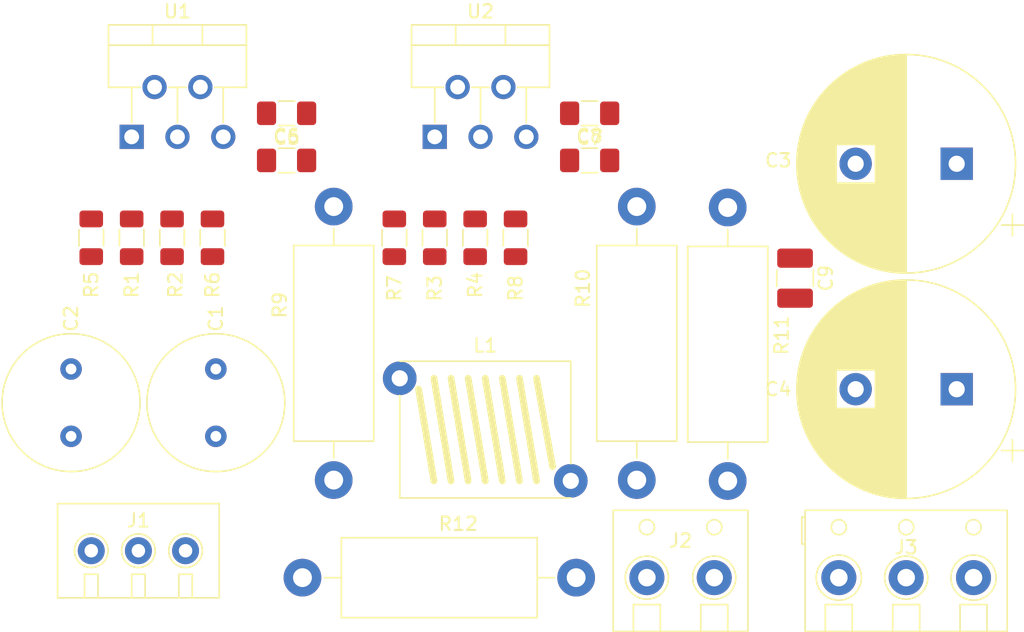
<source format=kicad_pcb>
(kicad_pcb (version 20171130) (host pcbnew "(5.1.6-0)")

  (general
    (thickness 1.6)
    (drawings 0)
    (tracks 0)
    (zones 0)
    (modules 27)
    (nets 17)
  )

  (page A4)
  (layers
    (0 F.Cu signal)
    (31 B.Cu signal)
    (32 B.Adhes user)
    (33 F.Adhes user)
    (34 B.Paste user)
    (35 F.Paste user)
    (36 B.SilkS user)
    (37 F.SilkS user hide)
    (38 B.Mask user)
    (39 F.Mask user)
    (40 Dwgs.User user)
    (41 Cmts.User user)
    (42 Eco1.User user)
    (43 Eco2.User user)
    (44 Edge.Cuts user)
    (45 Margin user)
    (46 B.CrtYd user)
    (47 F.CrtYd user)
    (48 B.Fab user)
    (49 F.Fab user hide)
  )

  (setup
    (last_trace_width 3)
    (user_trace_width 1)
    (user_trace_width 3)
    (trace_clearance 0.3)
    (zone_clearance 0.508)
    (zone_45_only no)
    (trace_min 0.2)
    (via_size 0.7)
    (via_drill 0.3)
    (via_min_size 0.4)
    (via_min_drill 0.3)
    (uvia_size 0.3)
    (uvia_drill 0.1)
    (uvias_allowed no)
    (uvia_min_size 0.2)
    (uvia_min_drill 0.1)
    (edge_width 0.05)
    (segment_width 0.2)
    (pcb_text_width 0.3)
    (pcb_text_size 1.5 1.5)
    (mod_edge_width 0.12)
    (mod_text_size 1 1)
    (mod_text_width 0.15)
    (pad_size 1.524 1.524)
    (pad_drill 0.762)
    (pad_to_mask_clearance 0.05)
    (aux_axis_origin 0 0)
    (visible_elements FFFFFF7F)
    (pcbplotparams
      (layerselection 0x010fc_ffffffff)
      (usegerberextensions false)
      (usegerberattributes true)
      (usegerberadvancedattributes true)
      (creategerberjobfile true)
      (excludeedgelayer true)
      (linewidth 0.100000)
      (plotframeref false)
      (viasonmask false)
      (mode 1)
      (useauxorigin false)
      (hpglpennumber 1)
      (hpglpenspeed 20)
      (hpglpendiameter 15.000000)
      (psnegative false)
      (psa4output false)
      (plotreference true)
      (plotvalue true)
      (plotinvisibletext false)
      (padsonsilk false)
      (subtractmaskfromsilk false)
      (outputformat 1)
      (mirror false)
      (drillshape 1)
      (scaleselection 1)
      (outputdirectory ""))
  )

  (net 0 "")
  (net 1 "Net-(C1-Pad2)")
  (net 2 "Net-(C1-Pad1)")
  (net 3 "Net-(C2-Pad2)")
  (net 4 "Net-(C2-Pad1)")
  (net 5 GND)
  (net 6 VCC)
  (net 7 VEE)
  (net 8 "Net-(C9-Pad1)")
  (net 9 "Net-(J2-Pad1)")
  (net 10 "Net-(L1-Pad1)")
  (net 11 "Net-(R1-Pad1)")
  (net 12 "Net-(R2-Pad1)")
  (net 13 "Net-(R3-Pad1)")
  (net 14 "Net-(R4-Pad1)")
  (net 15 "Net-(R6-Pad1)")
  (net 16 "Net-(R10-Pad2)")

  (net_class Default "This is the default net class."
    (clearance 0.3)
    (trace_width 0.3)
    (via_dia 0.7)
    (via_drill 0.3)
    (uvia_dia 0.3)
    (uvia_drill 0.1)
    (add_net GND)
    (add_net "Net-(C1-Pad1)")
    (add_net "Net-(C1-Pad2)")
    (add_net "Net-(C2-Pad1)")
    (add_net "Net-(C2-Pad2)")
    (add_net "Net-(C9-Pad1)")
    (add_net "Net-(J2-Pad1)")
    (add_net "Net-(L1-Pad1)")
    (add_net "Net-(R1-Pad1)")
    (add_net "Net-(R10-Pad2)")
    (add_net "Net-(R2-Pad1)")
    (add_net "Net-(R3-Pad1)")
    (add_net "Net-(R4-Pad1)")
    (add_net "Net-(R6-Pad1)")
    (add_net VCC)
    (add_net VEE)
  )

  (module local_lib_footprints:Inductor_DIY_flipped (layer F.Cu) (tedit 642CFB89) (tstamp 6437D8D6)
    (at 121.25 77)
    (path /6437F256)
    (fp_text reference L1 (at 0 -6.25) (layer F.SilkS)
      (effects (font (size 1 1) (thickness 0.15)))
    )
    (fp_text value 1uH (at 0 -6.35) (layer F.Fab)
      (effects (font (size 1 1) (thickness 0.15)))
    )
    (fp_line (start 3.81 -3.81) (end 5 2.75) (layer F.SilkS) (width 0.5))
    (fp_line (start -4.95 -3) (end -3.81 3.81) (layer F.SilkS) (width 0.5))
    (fp_line (start 2.54 -3.81) (end 3.81 3.81) (layer F.SilkS) (width 0.5))
    (fp_line (start 1.27 -3.81) (end 2.54 3.81) (layer F.SilkS) (width 0.5))
    (fp_line (start 0 -3.81) (end 1.27 3.81) (layer F.SilkS) (width 0.5))
    (fp_line (start -1.27 -3.81) (end 0 3.81) (layer F.SilkS) (width 0.5))
    (fp_line (start -2.54 -3.81) (end -1.27 3.81) (layer F.SilkS) (width 0.5))
    (fp_line (start -3.81 -3.81) (end -2.54 3.81) (layer F.SilkS) (width 0.5))
    (fp_line (start 6.35 -5.08) (end -6.35 -5.08) (layer F.SilkS) (width 0.12))
    (fp_line (start 6.35 2.54) (end 6.35 -5.08) (layer F.SilkS) (width 0.12))
    (fp_line (start -6.35 5.08) (end 6.35 5.08) (layer F.SilkS) (width 0.12))
    (fp_line (start -6.35 -2.54) (end -6.35 5.08) (layer F.SilkS) (width 0.12))
    (pad 2 thru_hole circle (at 6.35 3.81) (size 2.5 2.5) (drill 1.2) (layers *.Cu *.Mask)
      (net 9 "Net-(J2-Pad1)"))
    (pad 1 thru_hole circle (at -6.35 -3.81) (size 2.5 2.5) (drill 1.2) (layers *.Cu *.Mask)
      (net 10 "Net-(L1-Pad1)"))
  )

  (module Capacitor_SMD:C_1210_3225Metric_Pad1.42x2.65mm_HandSolder (layer F.Cu) (tedit 5B301BBE) (tstamp 6437D87C)
    (at 144.25 65.75 270)
    (descr "Capacitor SMD 1210 (3225 Metric), square (rectangular) end terminal, IPC_7351 nominal with elongated pad for handsoldering. (Body size source: http://www.tortai-tech.com/upload/download/2011102023233369053.pdf), generated with kicad-footprint-generator")
    (tags "capacitor handsolder")
    (path /6437EBF7)
    (attr smd)
    (fp_text reference C9 (at 0 -2.28 90) (layer F.SilkS)
      (effects (font (size 1 1) (thickness 0.15)))
    )
    (fp_text value 100n (at 0 2.28 90) (layer F.Fab)
      (effects (font (size 1 1) (thickness 0.15)))
    )
    (fp_text user %R (at 0 0 90) (layer F.Fab)
      (effects (font (size 0.8 0.8) (thickness 0.12)))
    )
    (fp_line (start -1.6 1.25) (end -1.6 -1.25) (layer F.Fab) (width 0.1))
    (fp_line (start -1.6 -1.25) (end 1.6 -1.25) (layer F.Fab) (width 0.1))
    (fp_line (start 1.6 -1.25) (end 1.6 1.25) (layer F.Fab) (width 0.1))
    (fp_line (start 1.6 1.25) (end -1.6 1.25) (layer F.Fab) (width 0.1))
    (fp_line (start -0.602064 -1.36) (end 0.602064 -1.36) (layer F.SilkS) (width 0.12))
    (fp_line (start -0.602064 1.36) (end 0.602064 1.36) (layer F.SilkS) (width 0.12))
    (fp_line (start -2.45 1.58) (end -2.45 -1.58) (layer F.CrtYd) (width 0.05))
    (fp_line (start -2.45 -1.58) (end 2.45 -1.58) (layer F.CrtYd) (width 0.05))
    (fp_line (start 2.45 -1.58) (end 2.45 1.58) (layer F.CrtYd) (width 0.05))
    (fp_line (start 2.45 1.58) (end -2.45 1.58) (layer F.CrtYd) (width 0.05))
    (pad 2 smd roundrect (at 1.4875 0 270) (size 1.425 2.65) (layers F.Cu F.Paste F.Mask) (roundrect_rratio 0.175439)
      (net 5 GND))
    (pad 1 smd roundrect (at -1.4875 0 270) (size 1.425 2.65) (layers F.Cu F.Paste F.Mask) (roundrect_rratio 0.175439)
      (net 8 "Net-(C9-Pad1)"))
    (model ${KISYS3DMOD}/Capacitor_SMD.3dshapes/C_1210_3225Metric.wrl
      (at (xyz 0 0 0))
      (scale (xyz 1 1 1))
      (rotate (xyz 0 0 0))
    )
  )

  (module Capacitor_SMD:C_1206_3216Metric_Pad1.42x1.75mm_HandSolder (layer F.Cu) (tedit 5B301BBE) (tstamp 6437D86B)
    (at 129 57)
    (descr "Capacitor SMD 1206 (3216 Metric), square (rectangular) end terminal, IPC_7351 nominal with elongated pad for handsoldering. (Body size source: http://www.tortai-tech.com/upload/download/2011102023233369053.pdf), generated with kicad-footprint-generator")
    (tags "capacitor handsolder")
    (path /643B4712)
    (attr smd)
    (fp_text reference C8 (at 0 -1.82) (layer F.SilkS)
      (effects (font (size 1 1) (thickness 0.15)))
    )
    (fp_text value 1u (at 0 1.82) (layer F.Fab)
      (effects (font (size 1 1) (thickness 0.15)))
    )
    (fp_text user %R (at 0 0) (layer F.Fab)
      (effects (font (size 0.8 0.8) (thickness 0.12)))
    )
    (fp_line (start -1.6 0.8) (end -1.6 -0.8) (layer F.Fab) (width 0.1))
    (fp_line (start -1.6 -0.8) (end 1.6 -0.8) (layer F.Fab) (width 0.1))
    (fp_line (start 1.6 -0.8) (end 1.6 0.8) (layer F.Fab) (width 0.1))
    (fp_line (start 1.6 0.8) (end -1.6 0.8) (layer F.Fab) (width 0.1))
    (fp_line (start -0.602064 -0.91) (end 0.602064 -0.91) (layer F.SilkS) (width 0.12))
    (fp_line (start -0.602064 0.91) (end 0.602064 0.91) (layer F.SilkS) (width 0.12))
    (fp_line (start -2.45 1.12) (end -2.45 -1.12) (layer F.CrtYd) (width 0.05))
    (fp_line (start -2.45 -1.12) (end 2.45 -1.12) (layer F.CrtYd) (width 0.05))
    (fp_line (start 2.45 -1.12) (end 2.45 1.12) (layer F.CrtYd) (width 0.05))
    (fp_line (start 2.45 1.12) (end -2.45 1.12) (layer F.CrtYd) (width 0.05))
    (pad 2 smd roundrect (at 1.4875 0) (size 1.425 1.75) (layers F.Cu F.Paste F.Mask) (roundrect_rratio 0.175439)
      (net 5 GND))
    (pad 1 smd roundrect (at -1.4875 0) (size 1.425 1.75) (layers F.Cu F.Paste F.Mask) (roundrect_rratio 0.175439)
      (net 7 VEE))
    (model ${KISYS3DMOD}/Capacitor_SMD.3dshapes/C_1206_3216Metric.wrl
      (at (xyz 0 0 0))
      (scale (xyz 1 1 1))
      (rotate (xyz 0 0 0))
    )
  )

  (module Capacitor_SMD:C_1206_3216Metric_Pad1.42x1.75mm_HandSolder (layer F.Cu) (tedit 5B301BBE) (tstamp 6437D85A)
    (at 129 53.5 180)
    (descr "Capacitor SMD 1206 (3216 Metric), square (rectangular) end terminal, IPC_7351 nominal with elongated pad for handsoldering. (Body size source: http://www.tortai-tech.com/upload/download/2011102023233369053.pdf), generated with kicad-footprint-generator")
    (tags "capacitor handsolder")
    (path /643B470C)
    (attr smd)
    (fp_text reference C7 (at 0 -1.82) (layer F.SilkS)
      (effects (font (size 1 1) (thickness 0.15)))
    )
    (fp_text value 1u (at 0 1.82) (layer F.Fab)
      (effects (font (size 1 1) (thickness 0.15)))
    )
    (fp_text user %R (at 0 0) (layer F.Fab)
      (effects (font (size 0.8 0.8) (thickness 0.12)))
    )
    (fp_line (start -1.6 0.8) (end -1.6 -0.8) (layer F.Fab) (width 0.1))
    (fp_line (start -1.6 -0.8) (end 1.6 -0.8) (layer F.Fab) (width 0.1))
    (fp_line (start 1.6 -0.8) (end 1.6 0.8) (layer F.Fab) (width 0.1))
    (fp_line (start 1.6 0.8) (end -1.6 0.8) (layer F.Fab) (width 0.1))
    (fp_line (start -0.602064 -0.91) (end 0.602064 -0.91) (layer F.SilkS) (width 0.12))
    (fp_line (start -0.602064 0.91) (end 0.602064 0.91) (layer F.SilkS) (width 0.12))
    (fp_line (start -2.45 1.12) (end -2.45 -1.12) (layer F.CrtYd) (width 0.05))
    (fp_line (start -2.45 -1.12) (end 2.45 -1.12) (layer F.CrtYd) (width 0.05))
    (fp_line (start 2.45 -1.12) (end 2.45 1.12) (layer F.CrtYd) (width 0.05))
    (fp_line (start 2.45 1.12) (end -2.45 1.12) (layer F.CrtYd) (width 0.05))
    (pad 2 smd roundrect (at 1.4875 0 180) (size 1.425 1.75) (layers F.Cu F.Paste F.Mask) (roundrect_rratio 0.175439)
      (net 6 VCC))
    (pad 1 smd roundrect (at -1.4875 0 180) (size 1.425 1.75) (layers F.Cu F.Paste F.Mask) (roundrect_rratio 0.175439)
      (net 5 GND))
    (model ${KISYS3DMOD}/Capacitor_SMD.3dshapes/C_1206_3216Metric.wrl
      (at (xyz 0 0 0))
      (scale (xyz 1 1 1))
      (rotate (xyz 0 0 0))
    )
  )

  (module Capacitor_SMD:C_1206_3216Metric_Pad1.42x1.75mm_HandSolder (layer F.Cu) (tedit 5B301BBE) (tstamp 6437D849)
    (at 106.5 57)
    (descr "Capacitor SMD 1206 (3216 Metric), square (rectangular) end terminal, IPC_7351 nominal with elongated pad for handsoldering. (Body size source: http://www.tortai-tech.com/upload/download/2011102023233369053.pdf), generated with kicad-footprint-generator")
    (tags "capacitor handsolder")
    (path /64379518)
    (attr smd)
    (fp_text reference C6 (at 0 -1.82) (layer F.SilkS)
      (effects (font (size 1 1) (thickness 0.15)))
    )
    (fp_text value 1u (at 0 1.82) (layer F.Fab)
      (effects (font (size 1 1) (thickness 0.15)))
    )
    (fp_text user %R (at 0 0) (layer F.Fab)
      (effects (font (size 0.8 0.8) (thickness 0.12)))
    )
    (fp_line (start -1.6 0.8) (end -1.6 -0.8) (layer F.Fab) (width 0.1))
    (fp_line (start -1.6 -0.8) (end 1.6 -0.8) (layer F.Fab) (width 0.1))
    (fp_line (start 1.6 -0.8) (end 1.6 0.8) (layer F.Fab) (width 0.1))
    (fp_line (start 1.6 0.8) (end -1.6 0.8) (layer F.Fab) (width 0.1))
    (fp_line (start -0.602064 -0.91) (end 0.602064 -0.91) (layer F.SilkS) (width 0.12))
    (fp_line (start -0.602064 0.91) (end 0.602064 0.91) (layer F.SilkS) (width 0.12))
    (fp_line (start -2.45 1.12) (end -2.45 -1.12) (layer F.CrtYd) (width 0.05))
    (fp_line (start -2.45 -1.12) (end 2.45 -1.12) (layer F.CrtYd) (width 0.05))
    (fp_line (start 2.45 -1.12) (end 2.45 1.12) (layer F.CrtYd) (width 0.05))
    (fp_line (start 2.45 1.12) (end -2.45 1.12) (layer F.CrtYd) (width 0.05))
    (pad 2 smd roundrect (at 1.4875 0) (size 1.425 1.75) (layers F.Cu F.Paste F.Mask) (roundrect_rratio 0.175439)
      (net 5 GND))
    (pad 1 smd roundrect (at -1.4875 0) (size 1.425 1.75) (layers F.Cu F.Paste F.Mask) (roundrect_rratio 0.175439)
      (net 7 VEE))
    (model ${KISYS3DMOD}/Capacitor_SMD.3dshapes/C_1206_3216Metric.wrl
      (at (xyz 0 0 0))
      (scale (xyz 1 1 1))
      (rotate (xyz 0 0 0))
    )
  )

  (module Capacitor_SMD:C_1206_3216Metric_Pad1.42x1.75mm_HandSolder (layer F.Cu) (tedit 5B301BBE) (tstamp 6437D838)
    (at 106.5 53.5 180)
    (descr "Capacitor SMD 1206 (3216 Metric), square (rectangular) end terminal, IPC_7351 nominal with elongated pad for handsoldering. (Body size source: http://www.tortai-tech.com/upload/download/2011102023233369053.pdf), generated with kicad-footprint-generator")
    (tags "capacitor handsolder")
    (path /64377705)
    (attr smd)
    (fp_text reference C5 (at 0 -1.82) (layer F.SilkS)
      (effects (font (size 1 1) (thickness 0.15)))
    )
    (fp_text value 1u (at 0 1.82) (layer F.Fab)
      (effects (font (size 1 1) (thickness 0.15)))
    )
    (fp_text user %R (at 0 0) (layer F.Fab)
      (effects (font (size 0.8 0.8) (thickness 0.12)))
    )
    (fp_line (start -1.6 0.8) (end -1.6 -0.8) (layer F.Fab) (width 0.1))
    (fp_line (start -1.6 -0.8) (end 1.6 -0.8) (layer F.Fab) (width 0.1))
    (fp_line (start 1.6 -0.8) (end 1.6 0.8) (layer F.Fab) (width 0.1))
    (fp_line (start 1.6 0.8) (end -1.6 0.8) (layer F.Fab) (width 0.1))
    (fp_line (start -0.602064 -0.91) (end 0.602064 -0.91) (layer F.SilkS) (width 0.12))
    (fp_line (start -0.602064 0.91) (end 0.602064 0.91) (layer F.SilkS) (width 0.12))
    (fp_line (start -2.45 1.12) (end -2.45 -1.12) (layer F.CrtYd) (width 0.05))
    (fp_line (start -2.45 -1.12) (end 2.45 -1.12) (layer F.CrtYd) (width 0.05))
    (fp_line (start 2.45 -1.12) (end 2.45 1.12) (layer F.CrtYd) (width 0.05))
    (fp_line (start 2.45 1.12) (end -2.45 1.12) (layer F.CrtYd) (width 0.05))
    (pad 2 smd roundrect (at 1.4875 0 180) (size 1.425 1.75) (layers F.Cu F.Paste F.Mask) (roundrect_rratio 0.175439)
      (net 6 VCC))
    (pad 1 smd roundrect (at -1.4875 0 180) (size 1.425 1.75) (layers F.Cu F.Paste F.Mask) (roundrect_rratio 0.175439)
      (net 5 GND))
    (model ${KISYS3DMOD}/Capacitor_SMD.3dshapes/C_1206_3216Metric.wrl
      (at (xyz 0 0 0))
      (scale (xyz 1 1 1))
      (rotate (xyz 0 0 0))
    )
  )

  (module Package_TO_SOT_THT:TO-220-5_P3.4x3.7mm_StaggerOdd_Lead3.8mm_Vertical (layer F.Cu) (tedit 5AF05A31) (tstamp 6437DA06)
    (at 117.5 55.25)
    (descr "TO-220-5, Vertical, RM 1.7mm, Pentawatt, Multiwatt-5, staggered type-1, see http://www.analog.com/media/en/package-pcb-resources/package/pkg_pdf/ltc-legacy-to-220/to-220_5_05-08-1421.pdf?domain=www.linear.com, https://www.diodes.com/assets/Package-Files/TO220-5.pdf")
    (tags "TO-220-5 Vertical RM 1.7mm Pentawatt Multiwatt-5 staggered type-1")
    (path /643B4706)
    (fp_text reference U2 (at 3.4 -9.32) (layer F.SilkS)
      (effects (font (size 1 1) (thickness 0.15)))
    )
    (fp_text value LM1875 (at 3.4 2.15) (layer F.Fab)
      (effects (font (size 1 1) (thickness 0.15)))
    )
    (fp_line (start -1.6 -8.2) (end -1.6 -3.8) (layer F.Fab) (width 0.1))
    (fp_line (start -1.6 -3.8) (end 8.4 -3.8) (layer F.Fab) (width 0.1))
    (fp_line (start 8.4 -3.8) (end 8.4 -8.2) (layer F.Fab) (width 0.1))
    (fp_line (start 8.4 -8.2) (end -1.6 -8.2) (layer F.Fab) (width 0.1))
    (fp_line (start -1.6 -6.93) (end 8.4 -6.93) (layer F.Fab) (width 0.1))
    (fp_line (start 1.55 -8.2) (end 1.55 -6.93) (layer F.Fab) (width 0.1))
    (fp_line (start 5.25 -8.2) (end 5.25 -6.93) (layer F.Fab) (width 0.1))
    (fp_line (start 0 -3.8) (end 0 0) (layer F.Fab) (width 0.1))
    (fp_line (start 1.7 -3.8) (end 1.7 -3.7) (layer F.Fab) (width 0.1))
    (fp_line (start 3.4 -3.8) (end 3.4 0) (layer F.Fab) (width 0.1))
    (fp_line (start 5.1 -3.8) (end 5.1 -3.7) (layer F.Fab) (width 0.1))
    (fp_line (start 6.8 -3.8) (end 6.8 0) (layer F.Fab) (width 0.1))
    (fp_line (start -1.721 -8.32) (end 8.52 -8.32) (layer F.SilkS) (width 0.12))
    (fp_line (start -1.721 -3.679) (end 0.635 -3.679) (layer F.SilkS) (width 0.12))
    (fp_line (start 2.765 -3.679) (end 4.035 -3.679) (layer F.SilkS) (width 0.12))
    (fp_line (start 6.165 -3.679) (end 8.52 -3.679) (layer F.SilkS) (width 0.12))
    (fp_line (start -1.721 -8.32) (end -1.721 -3.679) (layer F.SilkS) (width 0.12))
    (fp_line (start 8.52 -8.32) (end 8.52 -3.679) (layer F.SilkS) (width 0.12))
    (fp_line (start -1.721 -6.811) (end 8.52 -6.811) (layer F.SilkS) (width 0.12))
    (fp_line (start 1.55 -8.32) (end 1.55 -6.811) (layer F.SilkS) (width 0.12))
    (fp_line (start 5.25 -8.32) (end 5.25 -6.811) (layer F.SilkS) (width 0.12))
    (fp_line (start 0 -3.679) (end 0 -1.049) (layer F.SilkS) (width 0.12))
    (fp_line (start 3.4 -3.679) (end 3.4 -1.065) (layer F.SilkS) (width 0.12))
    (fp_line (start 6.8 -3.679) (end 6.8 -1.065) (layer F.SilkS) (width 0.12))
    (fp_line (start -1.85 -8.45) (end -1.85 1.15) (layer F.CrtYd) (width 0.05))
    (fp_line (start -1.85 1.15) (end 8.65 1.15) (layer F.CrtYd) (width 0.05))
    (fp_line (start 8.65 1.15) (end 8.65 -8.45) (layer F.CrtYd) (width 0.05))
    (fp_line (start 8.65 -8.45) (end -1.85 -8.45) (layer F.CrtYd) (width 0.05))
    (fp_text user %R (at 3.4 -9.32) (layer F.Fab)
      (effects (font (size 1 1) (thickness 0.15)))
    )
    (pad 5 thru_hole oval (at 6.8 0) (size 1.8 1.8) (drill 1.1) (layers *.Cu *.Mask)
      (net 6 VCC))
    (pad 4 thru_hole oval (at 5.1 -3.7) (size 1.8 1.8) (drill 1.1) (layers *.Cu *.Mask)
      (net 16 "Net-(R10-Pad2)"))
    (pad 3 thru_hole oval (at 3.4 0) (size 1.8 1.8) (drill 1.1) (layers *.Cu *.Mask)
      (net 7 VEE))
    (pad 2 thru_hole oval (at 1.7 -3.7) (size 1.8 1.8) (drill 1.1) (layers *.Cu *.Mask)
      (net 14 "Net-(R4-Pad1)"))
    (pad 1 thru_hole rect (at 0 0) (size 1.8 1.8) (drill 1.1) (layers *.Cu *.Mask)
      (net 13 "Net-(R3-Pad1)"))
    (model ${KISYS3DMOD}/Package_TO_SOT_THT.3dshapes/TO-220-5_P3.4x3.7mm_StaggerOdd_Lead3.8mm_Vertical.wrl
      (at (xyz 0 0 0))
      (scale (xyz 1 1 1))
      (rotate (xyz 0 0 0))
    )
  )

  (module Package_TO_SOT_THT:TO-220-5_P3.4x3.7mm_StaggerOdd_Lead3.8mm_Vertical (layer F.Cu) (tedit 5AF05A31) (tstamp 6437D9E0)
    (at 95 55.25)
    (descr "TO-220-5, Vertical, RM 1.7mm, Pentawatt, Multiwatt-5, staggered type-1, see http://www.analog.com/media/en/package-pcb-resources/package/pkg_pdf/ltc-legacy-to-220/to-220_5_05-08-1421.pdf?domain=www.linear.com, https://www.diodes.com/assets/Package-Files/TO220-5.pdf")
    (tags "TO-220-5 Vertical RM 1.7mm Pentawatt Multiwatt-5 staggered type-1")
    (path /64376B33)
    (fp_text reference U1 (at 3.4 -9.32) (layer F.SilkS)
      (effects (font (size 1 1) (thickness 0.15)))
    )
    (fp_text value LM1875 (at 3.4 2.15) (layer F.Fab)
      (effects (font (size 1 1) (thickness 0.15)))
    )
    (fp_line (start -1.6 -8.2) (end -1.6 -3.8) (layer F.Fab) (width 0.1))
    (fp_line (start -1.6 -3.8) (end 8.4 -3.8) (layer F.Fab) (width 0.1))
    (fp_line (start 8.4 -3.8) (end 8.4 -8.2) (layer F.Fab) (width 0.1))
    (fp_line (start 8.4 -8.2) (end -1.6 -8.2) (layer F.Fab) (width 0.1))
    (fp_line (start -1.6 -6.93) (end 8.4 -6.93) (layer F.Fab) (width 0.1))
    (fp_line (start 1.55 -8.2) (end 1.55 -6.93) (layer F.Fab) (width 0.1))
    (fp_line (start 5.25 -8.2) (end 5.25 -6.93) (layer F.Fab) (width 0.1))
    (fp_line (start 0 -3.8) (end 0 0) (layer F.Fab) (width 0.1))
    (fp_line (start 1.7 -3.8) (end 1.7 -3.7) (layer F.Fab) (width 0.1))
    (fp_line (start 3.4 -3.8) (end 3.4 0) (layer F.Fab) (width 0.1))
    (fp_line (start 5.1 -3.8) (end 5.1 -3.7) (layer F.Fab) (width 0.1))
    (fp_line (start 6.8 -3.8) (end 6.8 0) (layer F.Fab) (width 0.1))
    (fp_line (start -1.721 -8.32) (end 8.52 -8.32) (layer F.SilkS) (width 0.12))
    (fp_line (start -1.721 -3.679) (end 0.635 -3.679) (layer F.SilkS) (width 0.12))
    (fp_line (start 2.765 -3.679) (end 4.035 -3.679) (layer F.SilkS) (width 0.12))
    (fp_line (start 6.165 -3.679) (end 8.52 -3.679) (layer F.SilkS) (width 0.12))
    (fp_line (start -1.721 -8.32) (end -1.721 -3.679) (layer F.SilkS) (width 0.12))
    (fp_line (start 8.52 -8.32) (end 8.52 -3.679) (layer F.SilkS) (width 0.12))
    (fp_line (start -1.721 -6.811) (end 8.52 -6.811) (layer F.SilkS) (width 0.12))
    (fp_line (start 1.55 -8.32) (end 1.55 -6.811) (layer F.SilkS) (width 0.12))
    (fp_line (start 5.25 -8.32) (end 5.25 -6.811) (layer F.SilkS) (width 0.12))
    (fp_line (start 0 -3.679) (end 0 -1.049) (layer F.SilkS) (width 0.12))
    (fp_line (start 3.4 -3.679) (end 3.4 -1.065) (layer F.SilkS) (width 0.12))
    (fp_line (start 6.8 -3.679) (end 6.8 -1.065) (layer F.SilkS) (width 0.12))
    (fp_line (start -1.85 -8.45) (end -1.85 1.15) (layer F.CrtYd) (width 0.05))
    (fp_line (start -1.85 1.15) (end 8.65 1.15) (layer F.CrtYd) (width 0.05))
    (fp_line (start 8.65 1.15) (end 8.65 -8.45) (layer F.CrtYd) (width 0.05))
    (fp_line (start 8.65 -8.45) (end -1.85 -8.45) (layer F.CrtYd) (width 0.05))
    (fp_text user %R (at 3.4 -9.32) (layer F.Fab)
      (effects (font (size 1 1) (thickness 0.15)))
    )
    (pad 5 thru_hole oval (at 6.8 0) (size 1.8 1.8) (drill 1.1) (layers *.Cu *.Mask)
      (net 6 VCC))
    (pad 4 thru_hole oval (at 5.1 -3.7) (size 1.8 1.8) (drill 1.1) (layers *.Cu *.Mask)
      (net 15 "Net-(R6-Pad1)"))
    (pad 3 thru_hole oval (at 3.4 0) (size 1.8 1.8) (drill 1.1) (layers *.Cu *.Mask)
      (net 7 VEE))
    (pad 2 thru_hole oval (at 1.7 -3.7) (size 1.8 1.8) (drill 1.1) (layers *.Cu *.Mask)
      (net 12 "Net-(R2-Pad1)"))
    (pad 1 thru_hole rect (at 0 0) (size 1.8 1.8) (drill 1.1) (layers *.Cu *.Mask)
      (net 11 "Net-(R1-Pad1)"))
    (model ${KISYS3DMOD}/Package_TO_SOT_THT.3dshapes/TO-220-5_P3.4x3.7mm_StaggerOdd_Lead3.8mm_Vertical.wrl
      (at (xyz 0 0 0))
      (scale (xyz 1 1 1))
      (rotate (xyz 0 0 0))
    )
  )

  (module Resistor_THT:R_Axial_DIN0614_L14.3mm_D5.7mm_P20.32mm_Horizontal (layer F.Cu) (tedit 5AE5139B) (tstamp 6437D9BA)
    (at 128 88 180)
    (descr "Resistor, Axial_DIN0614 series, Axial, Horizontal, pin pitch=20.32mm, 1.5W, length*diameter=14.3*5.7mm^2")
    (tags "Resistor Axial_DIN0614 series Axial Horizontal pin pitch 20.32mm 1.5W length 14.3mm diameter 5.7mm")
    (path /6437DF79)
    (fp_text reference R12 (at 8.75 4) (layer F.SilkS)
      (effects (font (size 1 1) (thickness 0.15)))
    )
    (fp_text value "10R 2W" (at 10.16 3.97) (layer F.Fab)
      (effects (font (size 1 1) (thickness 0.15)))
    )
    (fp_line (start 3.01 -2.85) (end 3.01 2.85) (layer F.Fab) (width 0.1))
    (fp_line (start 3.01 2.85) (end 17.31 2.85) (layer F.Fab) (width 0.1))
    (fp_line (start 17.31 2.85) (end 17.31 -2.85) (layer F.Fab) (width 0.1))
    (fp_line (start 17.31 -2.85) (end 3.01 -2.85) (layer F.Fab) (width 0.1))
    (fp_line (start 0 0) (end 3.01 0) (layer F.Fab) (width 0.1))
    (fp_line (start 20.32 0) (end 17.31 0) (layer F.Fab) (width 0.1))
    (fp_line (start 2.89 -2.97) (end 2.89 2.97) (layer F.SilkS) (width 0.12))
    (fp_line (start 2.89 2.97) (end 17.43 2.97) (layer F.SilkS) (width 0.12))
    (fp_line (start 17.43 2.97) (end 17.43 -2.97) (layer F.SilkS) (width 0.12))
    (fp_line (start 17.43 -2.97) (end 2.89 -2.97) (layer F.SilkS) (width 0.12))
    (fp_line (start 1.64 0) (end 2.89 0) (layer F.SilkS) (width 0.12))
    (fp_line (start 18.68 0) (end 17.43 0) (layer F.SilkS) (width 0.12))
    (fp_line (start -1.65 -3.1) (end -1.65 3.1) (layer F.CrtYd) (width 0.05))
    (fp_line (start -1.65 3.1) (end 21.97 3.1) (layer F.CrtYd) (width 0.05))
    (fp_line (start 21.97 3.1) (end 21.97 -3.1) (layer F.CrtYd) (width 0.05))
    (fp_line (start 21.97 -3.1) (end -1.65 -3.1) (layer F.CrtYd) (width 0.05))
    (fp_text user %R (at 9.57 0) (layer F.Fab)
      (effects (font (size 1 1) (thickness 0.15)))
    )
    (pad 2 thru_hole oval (at 20.32 0 180) (size 2.8 2.8) (drill 1.4) (layers *.Cu *.Mask)
      (net 10 "Net-(L1-Pad1)"))
    (pad 1 thru_hole circle (at 0 0 180) (size 2.8 2.8) (drill 1.4) (layers *.Cu *.Mask)
      (net 9 "Net-(J2-Pad1)"))
    (model ${KISYS3DMOD}/Resistor_THT.3dshapes/R_Axial_DIN0614_L14.3mm_D5.7mm_P20.32mm_Horizontal.wrl
      (at (xyz 0 0 0))
      (scale (xyz 1 1 1))
      (rotate (xyz 0 0 0))
    )
  )

  (module Resistor_THT:R_Axial_DIN0614_L14.3mm_D5.7mm_P20.32mm_Horizontal (layer F.Cu) (tedit 5AE5139B) (tstamp 6437D9A3)
    (at 139.25 60.5 270)
    (descr "Resistor, Axial_DIN0614 series, Axial, Horizontal, pin pitch=20.32mm, 1.5W, length*diameter=14.3*5.7mm^2")
    (tags "Resistor Axial_DIN0614 series Axial Horizontal pin pitch 20.32mm 1.5W length 14.3mm diameter 5.7mm")
    (path /6437E4D4)
    (fp_text reference R11 (at 9.5 -4 90) (layer F.SilkS)
      (effects (font (size 1 1) (thickness 0.15)))
    )
    (fp_text value "2R 2W" (at 10.16 3.97 90) (layer F.Fab)
      (effects (font (size 1 1) (thickness 0.15)))
    )
    (fp_line (start 3.01 -2.85) (end 3.01 2.85) (layer F.Fab) (width 0.1))
    (fp_line (start 3.01 2.85) (end 17.31 2.85) (layer F.Fab) (width 0.1))
    (fp_line (start 17.31 2.85) (end 17.31 -2.85) (layer F.Fab) (width 0.1))
    (fp_line (start 17.31 -2.85) (end 3.01 -2.85) (layer F.Fab) (width 0.1))
    (fp_line (start 0 0) (end 3.01 0) (layer F.Fab) (width 0.1))
    (fp_line (start 20.32 0) (end 17.31 0) (layer F.Fab) (width 0.1))
    (fp_line (start 2.89 -2.97) (end 2.89 2.97) (layer F.SilkS) (width 0.12))
    (fp_line (start 2.89 2.97) (end 17.43 2.97) (layer F.SilkS) (width 0.12))
    (fp_line (start 17.43 2.97) (end 17.43 -2.97) (layer F.SilkS) (width 0.12))
    (fp_line (start 17.43 -2.97) (end 2.89 -2.97) (layer F.SilkS) (width 0.12))
    (fp_line (start 1.64 0) (end 2.89 0) (layer F.SilkS) (width 0.12))
    (fp_line (start 18.68 0) (end 17.43 0) (layer F.SilkS) (width 0.12))
    (fp_line (start -1.65 -3.1) (end -1.65 3.1) (layer F.CrtYd) (width 0.05))
    (fp_line (start -1.65 3.1) (end 21.97 3.1) (layer F.CrtYd) (width 0.05))
    (fp_line (start 21.97 3.1) (end 21.97 -3.1) (layer F.CrtYd) (width 0.05))
    (fp_line (start 21.97 -3.1) (end -1.65 -3.1) (layer F.CrtYd) (width 0.05))
    (fp_text user %R (at 10.16 0 90) (layer F.Fab)
      (effects (font (size 1 1) (thickness 0.15)))
    )
    (pad 2 thru_hole oval (at 20.32 0 270) (size 2.8 2.8) (drill 1.4) (layers *.Cu *.Mask)
      (net 10 "Net-(L1-Pad1)"))
    (pad 1 thru_hole circle (at 0 0 270) (size 2.8 2.8) (drill 1.4) (layers *.Cu *.Mask)
      (net 8 "Net-(C9-Pad1)"))
    (model ${KISYS3DMOD}/Resistor_THT.3dshapes/R_Axial_DIN0614_L14.3mm_D5.7mm_P20.32mm_Horizontal.wrl
      (at (xyz 0 0 0))
      (scale (xyz 1 1 1))
      (rotate (xyz 0 0 0))
    )
  )

  (module Resistor_THT:R_Axial_DIN0614_L14.3mm_D5.7mm_P20.32mm_Horizontal (layer F.Cu) (tedit 5AE5139B) (tstamp 6437D98C)
    (at 132.5 80.75 90)
    (descr "Resistor, Axial_DIN0614 series, Axial, Horizontal, pin pitch=20.32mm, 1.5W, length*diameter=14.3*5.7mm^2")
    (tags "Resistor Axial_DIN0614 series Axial Horizontal pin pitch 20.32mm 1.5W length 14.3mm diameter 5.7mm")
    (path /643C496C)
    (fp_text reference R10 (at 14.25 -4 90) (layer F.SilkS)
      (effects (font (size 1 1) (thickness 0.15)))
    )
    (fp_text value "0R1 2W" (at 10.16 3.97 90) (layer F.Fab)
      (effects (font (size 1 1) (thickness 0.15)))
    )
    (fp_line (start 3.01 -2.85) (end 3.01 2.85) (layer F.Fab) (width 0.1))
    (fp_line (start 3.01 2.85) (end 17.31 2.85) (layer F.Fab) (width 0.1))
    (fp_line (start 17.31 2.85) (end 17.31 -2.85) (layer F.Fab) (width 0.1))
    (fp_line (start 17.31 -2.85) (end 3.01 -2.85) (layer F.Fab) (width 0.1))
    (fp_line (start 0 0) (end 3.01 0) (layer F.Fab) (width 0.1))
    (fp_line (start 20.32 0) (end 17.31 0) (layer F.Fab) (width 0.1))
    (fp_line (start 2.89 -2.97) (end 2.89 2.97) (layer F.SilkS) (width 0.12))
    (fp_line (start 2.89 2.97) (end 17.43 2.97) (layer F.SilkS) (width 0.12))
    (fp_line (start 17.43 2.97) (end 17.43 -2.97) (layer F.SilkS) (width 0.12))
    (fp_line (start 17.43 -2.97) (end 2.89 -2.97) (layer F.SilkS) (width 0.12))
    (fp_line (start 1.64 0) (end 2.89 0) (layer F.SilkS) (width 0.12))
    (fp_line (start 18.68 0) (end 17.43 0) (layer F.SilkS) (width 0.12))
    (fp_line (start -1.65 -3.1) (end -1.65 3.1) (layer F.CrtYd) (width 0.05))
    (fp_line (start -1.65 3.1) (end 21.97 3.1) (layer F.CrtYd) (width 0.05))
    (fp_line (start 21.97 3.1) (end 21.97 -3.1) (layer F.CrtYd) (width 0.05))
    (fp_line (start 21.97 -3.1) (end -1.65 -3.1) (layer F.CrtYd) (width 0.05))
    (fp_text user %R (at 10.16 0 90) (layer F.Fab)
      (effects (font (size 1 1) (thickness 0.15)))
    )
    (pad 2 thru_hole oval (at 20.32 0 90) (size 2.8 2.8) (drill 1.4) (layers *.Cu *.Mask)
      (net 16 "Net-(R10-Pad2)"))
    (pad 1 thru_hole circle (at 0 0 90) (size 2.8 2.8) (drill 1.4) (layers *.Cu *.Mask)
      (net 10 "Net-(L1-Pad1)"))
    (model ${KISYS3DMOD}/Resistor_THT.3dshapes/R_Axial_DIN0614_L14.3mm_D5.7mm_P20.32mm_Horizontal.wrl
      (at (xyz 0 0 0))
      (scale (xyz 1 1 1))
      (rotate (xyz 0 0 0))
    )
  )

  (module Resistor_THT:R_Axial_DIN0614_L14.3mm_D5.7mm_P20.32mm_Horizontal (layer F.Cu) (tedit 5AE5139B) (tstamp 6437D975)
    (at 110 80.75 90)
    (descr "Resistor, Axial_DIN0614 series, Axial, Horizontal, pin pitch=20.32mm, 1.5W, length*diameter=14.3*5.7mm^2")
    (tags "Resistor Axial_DIN0614 series Axial Horizontal pin pitch 20.32mm 1.5W length 14.3mm diameter 5.7mm")
    (path /643C43BD)
    (fp_text reference R9 (at 13 -4 90) (layer F.SilkS)
      (effects (font (size 1 1) (thickness 0.15)))
    )
    (fp_text value "0R1 2W" (at 10.16 3.97 90) (layer F.Fab)
      (effects (font (size 1 1) (thickness 0.15)))
    )
    (fp_line (start 3.01 -2.85) (end 3.01 2.85) (layer F.Fab) (width 0.1))
    (fp_line (start 3.01 2.85) (end 17.31 2.85) (layer F.Fab) (width 0.1))
    (fp_line (start 17.31 2.85) (end 17.31 -2.85) (layer F.Fab) (width 0.1))
    (fp_line (start 17.31 -2.85) (end 3.01 -2.85) (layer F.Fab) (width 0.1))
    (fp_line (start 0 0) (end 3.01 0) (layer F.Fab) (width 0.1))
    (fp_line (start 20.32 0) (end 17.31 0) (layer F.Fab) (width 0.1))
    (fp_line (start 2.89 -2.97) (end 2.89 2.97) (layer F.SilkS) (width 0.12))
    (fp_line (start 2.89 2.97) (end 17.43 2.97) (layer F.SilkS) (width 0.12))
    (fp_line (start 17.43 2.97) (end 17.43 -2.97) (layer F.SilkS) (width 0.12))
    (fp_line (start 17.43 -2.97) (end 2.89 -2.97) (layer F.SilkS) (width 0.12))
    (fp_line (start 1.64 0) (end 2.89 0) (layer F.SilkS) (width 0.12))
    (fp_line (start 18.68 0) (end 17.43 0) (layer F.SilkS) (width 0.12))
    (fp_line (start -1.65 -3.1) (end -1.65 3.1) (layer F.CrtYd) (width 0.05))
    (fp_line (start -1.65 3.1) (end 21.97 3.1) (layer F.CrtYd) (width 0.05))
    (fp_line (start 21.97 3.1) (end 21.97 -3.1) (layer F.CrtYd) (width 0.05))
    (fp_line (start 21.97 -3.1) (end -1.65 -3.1) (layer F.CrtYd) (width 0.05))
    (fp_text user %R (at 10.16 0 90) (layer F.Fab)
      (effects (font (size 1 1) (thickness 0.15)))
    )
    (pad 2 thru_hole oval (at 20.32 0 90) (size 2.8 2.8) (drill 1.4) (layers *.Cu *.Mask)
      (net 15 "Net-(R6-Pad1)"))
    (pad 1 thru_hole circle (at 0 0 90) (size 2.8 2.8) (drill 1.4) (layers *.Cu *.Mask)
      (net 10 "Net-(L1-Pad1)"))
    (model ${KISYS3DMOD}/Resistor_THT.3dshapes/R_Axial_DIN0614_L14.3mm_D5.7mm_P20.32mm_Horizontal.wrl
      (at (xyz 0 0 0))
      (scale (xyz 1 1 1))
      (rotate (xyz 0 0 0))
    )
  )

  (module Resistor_SMD:R_1206_3216Metric (layer F.Cu) (tedit 5B301BBD) (tstamp 6437D95E)
    (at 123.5 62.75 90)
    (descr "Resistor SMD 1206 (3216 Metric), square (rectangular) end terminal, IPC_7351 nominal, (Body size source: http://www.tortai-tech.com/upload/download/2011102023233369053.pdf), generated with kicad-footprint-generator")
    (tags resistor)
    (path /643D27AC)
    (attr smd)
    (fp_text reference R8 (at -3.75 0 90) (layer F.SilkS)
      (effects (font (size 1 1) (thickness 0.15)))
    )
    (fp_text value "20K 0.1%" (at 0 1.82 90) (layer F.Fab)
      (effects (font (size 1 1) (thickness 0.15)))
    )
    (fp_line (start -1.6 0.8) (end -1.6 -0.8) (layer F.Fab) (width 0.1))
    (fp_line (start -1.6 -0.8) (end 1.6 -0.8) (layer F.Fab) (width 0.1))
    (fp_line (start 1.6 -0.8) (end 1.6 0.8) (layer F.Fab) (width 0.1))
    (fp_line (start 1.6 0.8) (end -1.6 0.8) (layer F.Fab) (width 0.1))
    (fp_line (start -0.602064 -0.91) (end 0.602064 -0.91) (layer F.SilkS) (width 0.12))
    (fp_line (start -0.602064 0.91) (end 0.602064 0.91) (layer F.SilkS) (width 0.12))
    (fp_line (start -2.28 1.12) (end -2.28 -1.12) (layer F.CrtYd) (width 0.05))
    (fp_line (start -2.28 -1.12) (end 2.28 -1.12) (layer F.CrtYd) (width 0.05))
    (fp_line (start 2.28 -1.12) (end 2.28 1.12) (layer F.CrtYd) (width 0.05))
    (fp_line (start 2.28 1.12) (end -2.28 1.12) (layer F.CrtYd) (width 0.05))
    (fp_text user %R (at 0 0 90) (layer F.Fab)
      (effects (font (size 0.8 0.8) (thickness 0.12)))
    )
    (pad 2 smd roundrect (at 1.4 0 90) (size 1.25 1.75) (layers F.Cu F.Paste F.Mask) (roundrect_rratio 0.2)
      (net 14 "Net-(R4-Pad1)"))
    (pad 1 smd roundrect (at -1.4 0 90) (size 1.25 1.75) (layers F.Cu F.Paste F.Mask) (roundrect_rratio 0.2)
      (net 16 "Net-(R10-Pad2)"))
    (model ${KISYS3DMOD}/Resistor_SMD.3dshapes/R_1206_3216Metric.wrl
      (at (xyz 0 0 0))
      (scale (xyz 1 1 1))
      (rotate (xyz 0 0 0))
    )
  )

  (module Resistor_SMD:R_1206_3216Metric (layer F.Cu) (tedit 5B301BBD) (tstamp 6437D94D)
    (at 114.5 62.75 90)
    (descr "Resistor SMD 1206 (3216 Metric), square (rectangular) end terminal, IPC_7351 nominal, (Body size source: http://www.tortai-tech.com/upload/download/2011102023233369053.pdf), generated with kicad-footprint-generator")
    (tags resistor)
    (path /643D23CB)
    (attr smd)
    (fp_text reference R7 (at -3.75 0 90) (layer F.SilkS)
      (effects (font (size 1 1) (thickness 0.15)))
    )
    (fp_text value "20K 0.1%" (at 0 1.82 90) (layer F.Fab)
      (effects (font (size 1 1) (thickness 0.15)))
    )
    (fp_line (start -1.6 0.8) (end -1.6 -0.8) (layer F.Fab) (width 0.1))
    (fp_line (start -1.6 -0.8) (end 1.6 -0.8) (layer F.Fab) (width 0.1))
    (fp_line (start 1.6 -0.8) (end 1.6 0.8) (layer F.Fab) (width 0.1))
    (fp_line (start 1.6 0.8) (end -1.6 0.8) (layer F.Fab) (width 0.1))
    (fp_line (start -0.602064 -0.91) (end 0.602064 -0.91) (layer F.SilkS) (width 0.12))
    (fp_line (start -0.602064 0.91) (end 0.602064 0.91) (layer F.SilkS) (width 0.12))
    (fp_line (start -2.28 1.12) (end -2.28 -1.12) (layer F.CrtYd) (width 0.05))
    (fp_line (start -2.28 -1.12) (end 2.28 -1.12) (layer F.CrtYd) (width 0.05))
    (fp_line (start 2.28 -1.12) (end 2.28 1.12) (layer F.CrtYd) (width 0.05))
    (fp_line (start 2.28 1.12) (end -2.28 1.12) (layer F.CrtYd) (width 0.05))
    (fp_text user %R (at 0 0 90) (layer F.Fab)
      (effects (font (size 0.8 0.8) (thickness 0.12)))
    )
    (pad 2 smd roundrect (at 1.4 0 90) (size 1.25 1.75) (layers F.Cu F.Paste F.Mask) (roundrect_rratio 0.2)
      (net 13 "Net-(R3-Pad1)"))
    (pad 1 smd roundrect (at -1.4 0 90) (size 1.25 1.75) (layers F.Cu F.Paste F.Mask) (roundrect_rratio 0.2)
      (net 5 GND))
    (model ${KISYS3DMOD}/Resistor_SMD.3dshapes/R_1206_3216Metric.wrl
      (at (xyz 0 0 0))
      (scale (xyz 1 1 1))
      (rotate (xyz 0 0 0))
    )
  )

  (module Resistor_SMD:R_1206_3216Metric (layer F.Cu) (tedit 5B301BBD) (tstamp 6437D93C)
    (at 101 62.75 90)
    (descr "Resistor SMD 1206 (3216 Metric), square (rectangular) end terminal, IPC_7351 nominal, (Body size source: http://www.tortai-tech.com/upload/download/2011102023233369053.pdf), generated with kicad-footprint-generator")
    (tags resistor)
    (path /643D1D4A)
    (attr smd)
    (fp_text reference R6 (at -3.5 0 90) (layer F.SilkS)
      (effects (font (size 1 1) (thickness 0.15)))
    )
    (fp_text value "20K 0.1%" (at 0 1.82 90) (layer F.Fab)
      (effects (font (size 1 1) (thickness 0.15)))
    )
    (fp_line (start -1.6 0.8) (end -1.6 -0.8) (layer F.Fab) (width 0.1))
    (fp_line (start -1.6 -0.8) (end 1.6 -0.8) (layer F.Fab) (width 0.1))
    (fp_line (start 1.6 -0.8) (end 1.6 0.8) (layer F.Fab) (width 0.1))
    (fp_line (start 1.6 0.8) (end -1.6 0.8) (layer F.Fab) (width 0.1))
    (fp_line (start -0.602064 -0.91) (end 0.602064 -0.91) (layer F.SilkS) (width 0.12))
    (fp_line (start -0.602064 0.91) (end 0.602064 0.91) (layer F.SilkS) (width 0.12))
    (fp_line (start -2.28 1.12) (end -2.28 -1.12) (layer F.CrtYd) (width 0.05))
    (fp_line (start -2.28 -1.12) (end 2.28 -1.12) (layer F.CrtYd) (width 0.05))
    (fp_line (start 2.28 -1.12) (end 2.28 1.12) (layer F.CrtYd) (width 0.05))
    (fp_line (start 2.28 1.12) (end -2.28 1.12) (layer F.CrtYd) (width 0.05))
    (fp_text user %R (at 0 0 90) (layer F.Fab)
      (effects (font (size 0.8 0.8) (thickness 0.12)))
    )
    (pad 2 smd roundrect (at 1.4 0 90) (size 1.25 1.75) (layers F.Cu F.Paste F.Mask) (roundrect_rratio 0.2)
      (net 12 "Net-(R2-Pad1)"))
    (pad 1 smd roundrect (at -1.4 0 90) (size 1.25 1.75) (layers F.Cu F.Paste F.Mask) (roundrect_rratio 0.2)
      (net 15 "Net-(R6-Pad1)"))
    (model ${KISYS3DMOD}/Resistor_SMD.3dshapes/R_1206_3216Metric.wrl
      (at (xyz 0 0 0))
      (scale (xyz 1 1 1))
      (rotate (xyz 0 0 0))
    )
  )

  (module Resistor_SMD:R_1206_3216Metric (layer F.Cu) (tedit 5B301BBD) (tstamp 6437D92B)
    (at 92 62.75 90)
    (descr "Resistor SMD 1206 (3216 Metric), square (rectangular) end terminal, IPC_7351 nominal, (Body size source: http://www.tortai-tech.com/upload/download/2011102023233369053.pdf), generated with kicad-footprint-generator")
    (tags resistor)
    (path /6437D835)
    (attr smd)
    (fp_text reference R5 (at -3.5 0 90) (layer F.SilkS)
      (effects (font (size 1 1) (thickness 0.15)))
    )
    (fp_text value "20K 0.1%" (at 0 1.82 90) (layer F.Fab)
      (effects (font (size 1 1) (thickness 0.15)))
    )
    (fp_line (start -1.6 0.8) (end -1.6 -0.8) (layer F.Fab) (width 0.1))
    (fp_line (start -1.6 -0.8) (end 1.6 -0.8) (layer F.Fab) (width 0.1))
    (fp_line (start 1.6 -0.8) (end 1.6 0.8) (layer F.Fab) (width 0.1))
    (fp_line (start 1.6 0.8) (end -1.6 0.8) (layer F.Fab) (width 0.1))
    (fp_line (start -0.602064 -0.91) (end 0.602064 -0.91) (layer F.SilkS) (width 0.12))
    (fp_line (start -0.602064 0.91) (end 0.602064 0.91) (layer F.SilkS) (width 0.12))
    (fp_line (start -2.28 1.12) (end -2.28 -1.12) (layer F.CrtYd) (width 0.05))
    (fp_line (start -2.28 -1.12) (end 2.28 -1.12) (layer F.CrtYd) (width 0.05))
    (fp_line (start 2.28 -1.12) (end 2.28 1.12) (layer F.CrtYd) (width 0.05))
    (fp_line (start 2.28 1.12) (end -2.28 1.12) (layer F.CrtYd) (width 0.05))
    (fp_text user %R (at 0 0 90) (layer F.Fab)
      (effects (font (size 0.8 0.8) (thickness 0.12)))
    )
    (pad 2 smd roundrect (at 1.4 0 90) (size 1.25 1.75) (layers F.Cu F.Paste F.Mask) (roundrect_rratio 0.2)
      (net 11 "Net-(R1-Pad1)"))
    (pad 1 smd roundrect (at -1.4 0 90) (size 1.25 1.75) (layers F.Cu F.Paste F.Mask) (roundrect_rratio 0.2)
      (net 5 GND))
    (model ${KISYS3DMOD}/Resistor_SMD.3dshapes/R_1206_3216Metric.wrl
      (at (xyz 0 0 0))
      (scale (xyz 1 1 1))
      (rotate (xyz 0 0 0))
    )
  )

  (module Resistor_SMD:R_1206_3216Metric (layer F.Cu) (tedit 5B301BBD) (tstamp 6437D91A)
    (at 120.5 62.75 270)
    (descr "Resistor SMD 1206 (3216 Metric), square (rectangular) end terminal, IPC_7351 nominal, (Body size source: http://www.tortai-tech.com/upload/download/2011102023233369053.pdf), generated with kicad-footprint-generator")
    (tags resistor)
    (path /643B472A)
    (attr smd)
    (fp_text reference R4 (at 3.5 0 90) (layer F.SilkS)
      (effects (font (size 1 1) (thickness 0.15)))
    )
    (fp_text value "2K 0.1%" (at 0 1.82 90) (layer F.Fab)
      (effects (font (size 1 1) (thickness 0.15)))
    )
    (fp_line (start -1.6 0.8) (end -1.6 -0.8) (layer F.Fab) (width 0.1))
    (fp_line (start -1.6 -0.8) (end 1.6 -0.8) (layer F.Fab) (width 0.1))
    (fp_line (start 1.6 -0.8) (end 1.6 0.8) (layer F.Fab) (width 0.1))
    (fp_line (start 1.6 0.8) (end -1.6 0.8) (layer F.Fab) (width 0.1))
    (fp_line (start -0.602064 -0.91) (end 0.602064 -0.91) (layer F.SilkS) (width 0.12))
    (fp_line (start -0.602064 0.91) (end 0.602064 0.91) (layer F.SilkS) (width 0.12))
    (fp_line (start -2.28 1.12) (end -2.28 -1.12) (layer F.CrtYd) (width 0.05))
    (fp_line (start -2.28 -1.12) (end 2.28 -1.12) (layer F.CrtYd) (width 0.05))
    (fp_line (start 2.28 -1.12) (end 2.28 1.12) (layer F.CrtYd) (width 0.05))
    (fp_line (start 2.28 1.12) (end -2.28 1.12) (layer F.CrtYd) (width 0.05))
    (fp_text user %R (at 0 0 90) (layer F.Fab)
      (effects (font (size 0.8 0.8) (thickness 0.12)))
    )
    (pad 2 smd roundrect (at 1.4 0 270) (size 1.25 1.75) (layers F.Cu F.Paste F.Mask) (roundrect_rratio 0.2)
      (net 2 "Net-(C1-Pad1)"))
    (pad 1 smd roundrect (at -1.4 0 270) (size 1.25 1.75) (layers F.Cu F.Paste F.Mask) (roundrect_rratio 0.2)
      (net 14 "Net-(R4-Pad1)"))
    (model ${KISYS3DMOD}/Resistor_SMD.3dshapes/R_1206_3216Metric.wrl
      (at (xyz 0 0 0))
      (scale (xyz 1 1 1))
      (rotate (xyz 0 0 0))
    )
  )

  (module Resistor_SMD:R_1206_3216Metric (layer F.Cu) (tedit 5B301BBD) (tstamp 6437D909)
    (at 117.5 62.75 270)
    (descr "Resistor SMD 1206 (3216 Metric), square (rectangular) end terminal, IPC_7351 nominal, (Body size source: http://www.tortai-tech.com/upload/download/2011102023233369053.pdf), generated with kicad-footprint-generator")
    (tags resistor)
    (path /643D2D2B)
    (attr smd)
    (fp_text reference R3 (at 3.75 0 90) (layer F.SilkS)
      (effects (font (size 1 1) (thickness 0.15)))
    )
    (fp_text value "2K 0.1%" (at 0 1.82 90) (layer F.Fab)
      (effects (font (size 1 1) (thickness 0.15)))
    )
    (fp_line (start -1.6 0.8) (end -1.6 -0.8) (layer F.Fab) (width 0.1))
    (fp_line (start -1.6 -0.8) (end 1.6 -0.8) (layer F.Fab) (width 0.1))
    (fp_line (start 1.6 -0.8) (end 1.6 0.8) (layer F.Fab) (width 0.1))
    (fp_line (start 1.6 0.8) (end -1.6 0.8) (layer F.Fab) (width 0.1))
    (fp_line (start -0.602064 -0.91) (end 0.602064 -0.91) (layer F.SilkS) (width 0.12))
    (fp_line (start -0.602064 0.91) (end 0.602064 0.91) (layer F.SilkS) (width 0.12))
    (fp_line (start -2.28 1.12) (end -2.28 -1.12) (layer F.CrtYd) (width 0.05))
    (fp_line (start -2.28 -1.12) (end 2.28 -1.12) (layer F.CrtYd) (width 0.05))
    (fp_line (start 2.28 -1.12) (end 2.28 1.12) (layer F.CrtYd) (width 0.05))
    (fp_line (start 2.28 1.12) (end -2.28 1.12) (layer F.CrtYd) (width 0.05))
    (fp_text user %R (at 0 0 90) (layer F.Fab)
      (effects (font (size 0.8 0.8) (thickness 0.12)))
    )
    (pad 2 smd roundrect (at 1.4 0 270) (size 1.25 1.75) (layers F.Cu F.Paste F.Mask) (roundrect_rratio 0.2)
      (net 4 "Net-(C2-Pad1)"))
    (pad 1 smd roundrect (at -1.4 0 270) (size 1.25 1.75) (layers F.Cu F.Paste F.Mask) (roundrect_rratio 0.2)
      (net 13 "Net-(R3-Pad1)"))
    (model ${KISYS3DMOD}/Resistor_SMD.3dshapes/R_1206_3216Metric.wrl
      (at (xyz 0 0 0))
      (scale (xyz 1 1 1))
      (rotate (xyz 0 0 0))
    )
  )

  (module Resistor_SMD:R_1206_3216Metric (layer F.Cu) (tedit 5B301BBD) (tstamp 6437D8F8)
    (at 98 62.75 270)
    (descr "Resistor SMD 1206 (3216 Metric), square (rectangular) end terminal, IPC_7351 nominal, (Body size source: http://www.tortai-tech.com/upload/download/2011102023233369053.pdf), generated with kicad-footprint-generator")
    (tags resistor)
    (path /643D31DE)
    (attr smd)
    (fp_text reference R2 (at 3.5 -0.25 90) (layer F.SilkS)
      (effects (font (size 1 1) (thickness 0.15)))
    )
    (fp_text value "2K 0.1%" (at 0 1.82 90) (layer F.Fab)
      (effects (font (size 1 1) (thickness 0.15)))
    )
    (fp_line (start -1.6 0.8) (end -1.6 -0.8) (layer F.Fab) (width 0.1))
    (fp_line (start -1.6 -0.8) (end 1.6 -0.8) (layer F.Fab) (width 0.1))
    (fp_line (start 1.6 -0.8) (end 1.6 0.8) (layer F.Fab) (width 0.1))
    (fp_line (start 1.6 0.8) (end -1.6 0.8) (layer F.Fab) (width 0.1))
    (fp_line (start -0.602064 -0.91) (end 0.602064 -0.91) (layer F.SilkS) (width 0.12))
    (fp_line (start -0.602064 0.91) (end 0.602064 0.91) (layer F.SilkS) (width 0.12))
    (fp_line (start -2.28 1.12) (end -2.28 -1.12) (layer F.CrtYd) (width 0.05))
    (fp_line (start -2.28 -1.12) (end 2.28 -1.12) (layer F.CrtYd) (width 0.05))
    (fp_line (start 2.28 -1.12) (end 2.28 1.12) (layer F.CrtYd) (width 0.05))
    (fp_line (start 2.28 1.12) (end -2.28 1.12) (layer F.CrtYd) (width 0.05))
    (fp_text user %R (at 0 0 90) (layer F.Fab)
      (effects (font (size 0.8 0.8) (thickness 0.12)))
    )
    (pad 2 smd roundrect (at 1.4 0 270) (size 1.25 1.75) (layers F.Cu F.Paste F.Mask) (roundrect_rratio 0.2)
      (net 2 "Net-(C1-Pad1)"))
    (pad 1 smd roundrect (at -1.4 0 270) (size 1.25 1.75) (layers F.Cu F.Paste F.Mask) (roundrect_rratio 0.2)
      (net 12 "Net-(R2-Pad1)"))
    (model ${KISYS3DMOD}/Resistor_SMD.3dshapes/R_1206_3216Metric.wrl
      (at (xyz 0 0 0))
      (scale (xyz 1 1 1))
      (rotate (xyz 0 0 0))
    )
  )

  (module Resistor_SMD:R_1206_3216Metric (layer F.Cu) (tedit 5B301BBD) (tstamp 6437D8E7)
    (at 95 62.75 270)
    (descr "Resistor SMD 1206 (3216 Metric), square (rectangular) end terminal, IPC_7351 nominal, (Body size source: http://www.tortai-tech.com/upload/download/2011102023233369053.pdf), generated with kicad-footprint-generator")
    (tags resistor)
    (path /643D36BB)
    (attr smd)
    (fp_text reference R1 (at 3.5 0 90) (layer F.SilkS)
      (effects (font (size 1 1) (thickness 0.15)))
    )
    (fp_text value "2K 0.1%" (at 0 1.82 90) (layer F.Fab)
      (effects (font (size 1 1) (thickness 0.15)))
    )
    (fp_line (start -1.6 0.8) (end -1.6 -0.8) (layer F.Fab) (width 0.1))
    (fp_line (start -1.6 -0.8) (end 1.6 -0.8) (layer F.Fab) (width 0.1))
    (fp_line (start 1.6 -0.8) (end 1.6 0.8) (layer F.Fab) (width 0.1))
    (fp_line (start 1.6 0.8) (end -1.6 0.8) (layer F.Fab) (width 0.1))
    (fp_line (start -0.602064 -0.91) (end 0.602064 -0.91) (layer F.SilkS) (width 0.12))
    (fp_line (start -0.602064 0.91) (end 0.602064 0.91) (layer F.SilkS) (width 0.12))
    (fp_line (start -2.28 1.12) (end -2.28 -1.12) (layer F.CrtYd) (width 0.05))
    (fp_line (start -2.28 -1.12) (end 2.28 -1.12) (layer F.CrtYd) (width 0.05))
    (fp_line (start 2.28 -1.12) (end 2.28 1.12) (layer F.CrtYd) (width 0.05))
    (fp_line (start 2.28 1.12) (end -2.28 1.12) (layer F.CrtYd) (width 0.05))
    (fp_text user %R (at 0 0 90) (layer F.Fab)
      (effects (font (size 0.8 0.8) (thickness 0.12)))
    )
    (pad 2 smd roundrect (at 1.4 0 270) (size 1.25 1.75) (layers F.Cu F.Paste F.Mask) (roundrect_rratio 0.2)
      (net 4 "Net-(C2-Pad1)"))
    (pad 1 smd roundrect (at -1.4 0 270) (size 1.25 1.75) (layers F.Cu F.Paste F.Mask) (roundrect_rratio 0.2)
      (net 11 "Net-(R1-Pad1)"))
    (model ${KISYS3DMOD}/Resistor_SMD.3dshapes/R_1206_3216Metric.wrl
      (at (xyz 0 0 0))
      (scale (xyz 1 1 1))
      (rotate (xyz 0 0 0))
    )
  )

  (module local_lib_footprints:TerminalBlock_CUI_01x03_P5.00mm (layer F.Cu) (tedit 642D049F) (tstamp 6437D8C4)
    (at 152.5 88)
    (path /643F626F)
    (fp_text reference J3 (at 0 -2.25) (layer F.SilkS)
      (effects (font (size 1 1) (thickness 0.15)))
    )
    (fp_text value POWER (at 0 -7.5) (layer F.Fab)
      (effects (font (size 1 1) (thickness 0.15)))
    )
    (fp_line (start -7.75 -2.5) (end -7.5 -2.5) (layer F.SilkS) (width 0.12))
    (fp_line (start -7.75 -4.5) (end -7.75 -2.5) (layer F.SilkS) (width 0.12))
    (fp_line (start -7.5 -4.5) (end -7.75 -4.5) (layer F.SilkS) (width 0.12))
    (fp_line (start -6 2) (end -6 4) (layer F.SilkS) (width 0.12))
    (fp_line (start -4 2) (end -4 4) (layer F.SilkS) (width 0.12))
    (fp_line (start 1 2) (end 1 4) (layer F.SilkS) (width 0.12))
    (fp_line (start -1 2) (end -1 4) (layer F.SilkS) (width 0.12))
    (fp_line (start -6 2) (end -4 2) (layer F.SilkS) (width 0.12))
    (fp_line (start -1 2) (end 1 2) (layer F.SilkS) (width 0.12))
    (fp_line (start 4 2) (end 4 4) (layer F.SilkS) (width 0.12))
    (fp_line (start 6 2) (end 6 4) (layer F.SilkS) (width 0.12))
    (fp_line (start 4 2) (end 6 2) (layer F.SilkS) (width 0.12))
    (fp_circle (center 5 -3.75) (end 4.5 -3.5) (layer F.SilkS) (width 0.12))
    (fp_circle (center 0 -3.75) (end -0.25 -3.25) (layer F.SilkS) (width 0.12))
    (fp_circle (center -5 -3.75) (end -5.25 -3.25) (layer F.SilkS) (width 0.12))
    (fp_circle (center -5 0) (end -3.5 -0.75) (layer F.SilkS) (width 0.12))
    (fp_circle (center 0 0) (end 1.25 -1) (layer F.SilkS) (width 0.12))
    (fp_circle (center 5 0) (end 6.5 -0.75) (layer F.SilkS) (width 0.12))
    (fp_line (start -7.5 4) (end 7.5 4) (layer F.SilkS) (width 0.12))
    (fp_line (start -7.5 -5) (end -7.5 4) (layer F.SilkS) (width 0.12))
    (fp_line (start 7.5 -5) (end 7.5 4) (layer F.SilkS) (width 0.12))
    (fp_line (start -7.5 -5) (end 7.5 -5) (layer F.SilkS) (width 0.12))
    (pad 3 thru_hole circle (at 5 0) (size 2.6 2.6) (drill 1.3) (layers *.Cu *.Mask)
      (net 6 VCC))
    (pad 2 thru_hole circle (at 0 0) (size 2.6 2.6) (drill 1.3) (layers *.Cu *.Mask)
      (net 5 GND))
    (pad 1 thru_hole circle (at -5 0) (size 2.6 2.6) (drill 1.3) (layers *.Cu *.Mask)
      (net 7 VEE))
  )

  (module local_lib_footprints:TerminalBlock_CUI_01x02_P5.00mm (layer F.Cu) (tedit 642D0590) (tstamp 6437D8A7)
    (at 135.75 88)
    (path /643F59DA)
    (fp_text reference J2 (at 0 -2.75) (layer F.SilkS)
      (effects (font (size 1 1) (thickness 0.15)))
    )
    (fp_text value OUTPUT (at 0 -9.25) (layer F.Fab)
      (effects (font (size 1 1) (thickness 0.15)))
    )
    (fp_line (start -5 -5) (end 5 -5) (layer F.SilkS) (width 0.12))
    (fp_line (start 5 -5) (end 5 4) (layer F.SilkS) (width 0.12))
    (fp_line (start 5 4) (end -5 4) (layer F.SilkS) (width 0.12))
    (fp_line (start -5 4) (end -5 -5) (layer F.SilkS) (width 0.12))
    (fp_circle (center 2.5 0) (end 3.75 -1) (layer F.SilkS) (width 0.12))
    (fp_circle (center -2.5 0) (end -1.25 -1) (layer F.SilkS) (width 0.12))
    (fp_circle (center -2.5 -3.75) (end -2.75 -3.25) (layer F.SilkS) (width 0.12))
    (fp_circle (center 2.5 -3.75) (end 2 -3.5) (layer F.SilkS) (width 0.12))
    (fp_line (start -3.5 4) (end -3.5 2) (layer F.SilkS) (width 0.12))
    (fp_line (start -3.5 2) (end -1.5 2) (layer F.SilkS) (width 0.12))
    (fp_line (start -1.5 2) (end -1.5 4) (layer F.SilkS) (width 0.12))
    (fp_line (start 1.5 2) (end 1.5 4) (layer F.SilkS) (width 0.12))
    (fp_line (start 1.5 2) (end 3.5 2) (layer F.SilkS) (width 0.12))
    (fp_line (start 3.5 2) (end 3.5 4) (layer F.SilkS) (width 0.12))
    (pad 2 thru_hole circle (at 2.5 0) (size 2.6 2.6) (drill 1.3) (layers *.Cu *.Mask)
      (net 5 GND))
    (pad 1 thru_hole circle (at -2.5 0) (size 2.6 2.6) (drill 1.3) (layers *.Cu *.Mask)
      (net 9 "Net-(J2-Pad1)"))
  )

  (module "local_lib_footprints:TerminalBlock_ Amphenol_01_03_P3.50mm" (layer F.Cu) (tedit 642D0248) (tstamp 6437D893)
    (at 95.5 86)
    (path /643F6E72)
    (fp_text reference J1 (at 0 -2.25) (layer F.SilkS)
      (effects (font (size 1 1) (thickness 0.15)))
    )
    (fp_text value INPUT (at 0 -2.5) (layer F.Fab)
      (effects (font (size 1 1) (thickness 0.15)))
    )
    (fp_line (start 4 1.75) (end 4 3.5) (layer F.SilkS) (width 0.12))
    (fp_line (start 3 1.75) (end 4 1.75) (layer F.SilkS) (width 0.12))
    (fp_line (start 3 3.5) (end 3 1.75) (layer F.SilkS) (width 0.12))
    (fp_line (start 0.5 1.75) (end 0.5 3.5) (layer F.SilkS) (width 0.12))
    (fp_line (start -0.5 1.75) (end 0.5 1.75) (layer F.SilkS) (width 0.12))
    (fp_line (start -0.5 3.5) (end -0.5 1.75) (layer F.SilkS) (width 0.12))
    (fp_line (start -4 1.75) (end -4 3.5) (layer F.SilkS) (width 0.12))
    (fp_line (start -3 1.75) (end -3 3.5) (layer F.SilkS) (width 0.12))
    (fp_line (start -4 1.75) (end -3 1.75) (layer F.SilkS) (width 0.12))
    (fp_circle (center -3.5 0) (end -2.75 -1) (layer F.SilkS) (width 0.12))
    (fp_circle (center 0 0) (end 0.75 -1) (layer F.SilkS) (width 0.12))
    (fp_circle (center 3.5 0) (end 4.25 -1) (layer F.SilkS) (width 0.12))
    (fp_line (start 6 -3.5) (end -6 -3.5) (layer F.SilkS) (width 0.12))
    (fp_line (start 6 3.5) (end -6 3.5) (layer F.SilkS) (width 0.12))
    (fp_line (start -6 -3.5) (end -6 3.5) (layer F.SilkS) (width 0.12))
    (fp_line (start 6 -3.5) (end 6 3.5) (layer F.SilkS) (width 0.12))
    (pad 3 thru_hole circle (at 3.5 0) (size 2 2) (drill 1) (layers *.Cu *.Mask)
      (net 1 "Net-(C1-Pad2)"))
    (pad 2 thru_hole circle (at 0 0) (size 2 2) (drill 1) (layers *.Cu *.Mask)
      (net 3 "Net-(C2-Pad2)"))
    (pad 1 thru_hole circle (at -3.5 0) (size 2 2) (drill 1) (layers *.Cu *.Mask)
      (net 5 GND))
  )

  (module Capacitor_THT:CP_Radial_D16.0mm_P7.50mm (layer F.Cu) (tedit 5AE50EF1) (tstamp 6437D827)
    (at 156.25 74 180)
    (descr "CP, Radial series, Radial, pin pitch=7.50mm, , diameter=16mm, Electrolytic Capacitor")
    (tags "CP Radial series Radial pin pitch 7.50mm  diameter 16mm Electrolytic Capacitor")
    (path /6437B641)
    (fp_text reference C4 (at 13.25 0) (layer F.SilkS)
      (effects (font (size 1 1) (thickness 0.15)))
    )
    (fp_text value 1000u (at 3.75 9.25) (layer F.Fab)
      (effects (font (size 1 1) (thickness 0.15)))
    )
    (fp_circle (center 3.75 0) (end 11.75 0) (layer F.Fab) (width 0.1))
    (fp_circle (center 3.75 0) (end 11.87 0) (layer F.SilkS) (width 0.12))
    (fp_circle (center 3.75 0) (end 12 0) (layer F.CrtYd) (width 0.05))
    (fp_line (start -3.125168 -3.5075) (end -1.525168 -3.5075) (layer F.Fab) (width 0.1))
    (fp_line (start -2.325168 -4.3075) (end -2.325168 -2.7075) (layer F.Fab) (width 0.1))
    (fp_line (start 3.75 -8.081) (end 3.75 8.081) (layer F.SilkS) (width 0.12))
    (fp_line (start 3.79 -8.08) (end 3.79 8.08) (layer F.SilkS) (width 0.12))
    (fp_line (start 3.83 -8.08) (end 3.83 8.08) (layer F.SilkS) (width 0.12))
    (fp_line (start 3.87 -8.08) (end 3.87 8.08) (layer F.SilkS) (width 0.12))
    (fp_line (start 3.91 -8.079) (end 3.91 8.079) (layer F.SilkS) (width 0.12))
    (fp_line (start 3.95 -8.078) (end 3.95 8.078) (layer F.SilkS) (width 0.12))
    (fp_line (start 3.99 -8.077) (end 3.99 8.077) (layer F.SilkS) (width 0.12))
    (fp_line (start 4.03 -8.076) (end 4.03 8.076) (layer F.SilkS) (width 0.12))
    (fp_line (start 4.07 -8.074) (end 4.07 8.074) (layer F.SilkS) (width 0.12))
    (fp_line (start 4.11 -8.073) (end 4.11 8.073) (layer F.SilkS) (width 0.12))
    (fp_line (start 4.15 -8.071) (end 4.15 8.071) (layer F.SilkS) (width 0.12))
    (fp_line (start 4.19 -8.069) (end 4.19 8.069) (layer F.SilkS) (width 0.12))
    (fp_line (start 4.23 -8.066) (end 4.23 8.066) (layer F.SilkS) (width 0.12))
    (fp_line (start 4.27 -8.064) (end 4.27 8.064) (layer F.SilkS) (width 0.12))
    (fp_line (start 4.31 -8.061) (end 4.31 8.061) (layer F.SilkS) (width 0.12))
    (fp_line (start 4.35 -8.058) (end 4.35 8.058) (layer F.SilkS) (width 0.12))
    (fp_line (start 4.39 -8.055) (end 4.39 8.055) (layer F.SilkS) (width 0.12))
    (fp_line (start 4.43 -8.052) (end 4.43 8.052) (layer F.SilkS) (width 0.12))
    (fp_line (start 4.471 -8.049) (end 4.471 8.049) (layer F.SilkS) (width 0.12))
    (fp_line (start 4.511 -8.045) (end 4.511 8.045) (layer F.SilkS) (width 0.12))
    (fp_line (start 4.551 -8.041) (end 4.551 8.041) (layer F.SilkS) (width 0.12))
    (fp_line (start 4.591 -8.037) (end 4.591 8.037) (layer F.SilkS) (width 0.12))
    (fp_line (start 4.631 -8.033) (end 4.631 8.033) (layer F.SilkS) (width 0.12))
    (fp_line (start 4.671 -8.028) (end 4.671 8.028) (layer F.SilkS) (width 0.12))
    (fp_line (start 4.711 -8.024) (end 4.711 8.024) (layer F.SilkS) (width 0.12))
    (fp_line (start 4.751 -8.019) (end 4.751 8.019) (layer F.SilkS) (width 0.12))
    (fp_line (start 4.791 -8.014) (end 4.791 8.014) (layer F.SilkS) (width 0.12))
    (fp_line (start 4.831 -8.008) (end 4.831 8.008) (layer F.SilkS) (width 0.12))
    (fp_line (start 4.871 -8.003) (end 4.871 8.003) (layer F.SilkS) (width 0.12))
    (fp_line (start 4.911 -7.997) (end 4.911 7.997) (layer F.SilkS) (width 0.12))
    (fp_line (start 4.951 -7.991) (end 4.951 7.991) (layer F.SilkS) (width 0.12))
    (fp_line (start 4.991 -7.985) (end 4.991 7.985) (layer F.SilkS) (width 0.12))
    (fp_line (start 5.031 -7.979) (end 5.031 7.979) (layer F.SilkS) (width 0.12))
    (fp_line (start 5.071 -7.972) (end 5.071 7.972) (layer F.SilkS) (width 0.12))
    (fp_line (start 5.111 -7.966) (end 5.111 7.966) (layer F.SilkS) (width 0.12))
    (fp_line (start 5.151 -7.959) (end 5.151 7.959) (layer F.SilkS) (width 0.12))
    (fp_line (start 5.191 -7.952) (end 5.191 7.952) (layer F.SilkS) (width 0.12))
    (fp_line (start 5.231 -7.944) (end 5.231 7.944) (layer F.SilkS) (width 0.12))
    (fp_line (start 5.271 -7.937) (end 5.271 7.937) (layer F.SilkS) (width 0.12))
    (fp_line (start 5.311 -7.929) (end 5.311 7.929) (layer F.SilkS) (width 0.12))
    (fp_line (start 5.351 -7.921) (end 5.351 7.921) (layer F.SilkS) (width 0.12))
    (fp_line (start 5.391 -7.913) (end 5.391 7.913) (layer F.SilkS) (width 0.12))
    (fp_line (start 5.431 -7.905) (end 5.431 7.905) (layer F.SilkS) (width 0.12))
    (fp_line (start 5.471 -7.896) (end 5.471 7.896) (layer F.SilkS) (width 0.12))
    (fp_line (start 5.511 -7.887) (end 5.511 7.887) (layer F.SilkS) (width 0.12))
    (fp_line (start 5.551 -7.878) (end 5.551 7.878) (layer F.SilkS) (width 0.12))
    (fp_line (start 5.591 -7.869) (end 5.591 7.869) (layer F.SilkS) (width 0.12))
    (fp_line (start 5.631 -7.86) (end 5.631 7.86) (layer F.SilkS) (width 0.12))
    (fp_line (start 5.671 -7.85) (end 5.671 7.85) (layer F.SilkS) (width 0.12))
    (fp_line (start 5.711 -7.84) (end 5.711 7.84) (layer F.SilkS) (width 0.12))
    (fp_line (start 5.751 -7.83) (end 5.751 7.83) (layer F.SilkS) (width 0.12))
    (fp_line (start 5.791 -7.82) (end 5.791 7.82) (layer F.SilkS) (width 0.12))
    (fp_line (start 5.831 -7.81) (end 5.831 7.81) (layer F.SilkS) (width 0.12))
    (fp_line (start 5.871 -7.799) (end 5.871 7.799) (layer F.SilkS) (width 0.12))
    (fp_line (start 5.911 -7.788) (end 5.911 7.788) (layer F.SilkS) (width 0.12))
    (fp_line (start 5.951 -7.777) (end 5.951 7.777) (layer F.SilkS) (width 0.12))
    (fp_line (start 5.991 -7.765) (end 5.991 7.765) (layer F.SilkS) (width 0.12))
    (fp_line (start 6.031 -7.754) (end 6.031 7.754) (layer F.SilkS) (width 0.12))
    (fp_line (start 6.071 -7.742) (end 6.071 -1.44) (layer F.SilkS) (width 0.12))
    (fp_line (start 6.071 1.44) (end 6.071 7.742) (layer F.SilkS) (width 0.12))
    (fp_line (start 6.111 -7.73) (end 6.111 -1.44) (layer F.SilkS) (width 0.12))
    (fp_line (start 6.111 1.44) (end 6.111 7.73) (layer F.SilkS) (width 0.12))
    (fp_line (start 6.151 -7.718) (end 6.151 -1.44) (layer F.SilkS) (width 0.12))
    (fp_line (start 6.151 1.44) (end 6.151 7.718) (layer F.SilkS) (width 0.12))
    (fp_line (start 6.191 -7.705) (end 6.191 -1.44) (layer F.SilkS) (width 0.12))
    (fp_line (start 6.191 1.44) (end 6.191 7.705) (layer F.SilkS) (width 0.12))
    (fp_line (start 6.231 -7.693) (end 6.231 -1.44) (layer F.SilkS) (width 0.12))
    (fp_line (start 6.231 1.44) (end 6.231 7.693) (layer F.SilkS) (width 0.12))
    (fp_line (start 6.271 -7.68) (end 6.271 -1.44) (layer F.SilkS) (width 0.12))
    (fp_line (start 6.271 1.44) (end 6.271 7.68) (layer F.SilkS) (width 0.12))
    (fp_line (start 6.311 -7.666) (end 6.311 -1.44) (layer F.SilkS) (width 0.12))
    (fp_line (start 6.311 1.44) (end 6.311 7.666) (layer F.SilkS) (width 0.12))
    (fp_line (start 6.351 -7.653) (end 6.351 -1.44) (layer F.SilkS) (width 0.12))
    (fp_line (start 6.351 1.44) (end 6.351 7.653) (layer F.SilkS) (width 0.12))
    (fp_line (start 6.391 -7.639) (end 6.391 -1.44) (layer F.SilkS) (width 0.12))
    (fp_line (start 6.391 1.44) (end 6.391 7.639) (layer F.SilkS) (width 0.12))
    (fp_line (start 6.431 -7.625) (end 6.431 -1.44) (layer F.SilkS) (width 0.12))
    (fp_line (start 6.431 1.44) (end 6.431 7.625) (layer F.SilkS) (width 0.12))
    (fp_line (start 6.471 -7.611) (end 6.471 -1.44) (layer F.SilkS) (width 0.12))
    (fp_line (start 6.471 1.44) (end 6.471 7.611) (layer F.SilkS) (width 0.12))
    (fp_line (start 6.511 -7.597) (end 6.511 -1.44) (layer F.SilkS) (width 0.12))
    (fp_line (start 6.511 1.44) (end 6.511 7.597) (layer F.SilkS) (width 0.12))
    (fp_line (start 6.551 -7.582) (end 6.551 -1.44) (layer F.SilkS) (width 0.12))
    (fp_line (start 6.551 1.44) (end 6.551 7.582) (layer F.SilkS) (width 0.12))
    (fp_line (start 6.591 -7.568) (end 6.591 -1.44) (layer F.SilkS) (width 0.12))
    (fp_line (start 6.591 1.44) (end 6.591 7.568) (layer F.SilkS) (width 0.12))
    (fp_line (start 6.631 -7.553) (end 6.631 -1.44) (layer F.SilkS) (width 0.12))
    (fp_line (start 6.631 1.44) (end 6.631 7.553) (layer F.SilkS) (width 0.12))
    (fp_line (start 6.671 -7.537) (end 6.671 -1.44) (layer F.SilkS) (width 0.12))
    (fp_line (start 6.671 1.44) (end 6.671 7.537) (layer F.SilkS) (width 0.12))
    (fp_line (start 6.711 -7.522) (end 6.711 -1.44) (layer F.SilkS) (width 0.12))
    (fp_line (start 6.711 1.44) (end 6.711 7.522) (layer F.SilkS) (width 0.12))
    (fp_line (start 6.751 -7.506) (end 6.751 -1.44) (layer F.SilkS) (width 0.12))
    (fp_line (start 6.751 1.44) (end 6.751 7.506) (layer F.SilkS) (width 0.12))
    (fp_line (start 6.791 -7.49) (end 6.791 -1.44) (layer F.SilkS) (width 0.12))
    (fp_line (start 6.791 1.44) (end 6.791 7.49) (layer F.SilkS) (width 0.12))
    (fp_line (start 6.831 -7.474) (end 6.831 -1.44) (layer F.SilkS) (width 0.12))
    (fp_line (start 6.831 1.44) (end 6.831 7.474) (layer F.SilkS) (width 0.12))
    (fp_line (start 6.871 -7.457) (end 6.871 -1.44) (layer F.SilkS) (width 0.12))
    (fp_line (start 6.871 1.44) (end 6.871 7.457) (layer F.SilkS) (width 0.12))
    (fp_line (start 6.911 -7.44) (end 6.911 -1.44) (layer F.SilkS) (width 0.12))
    (fp_line (start 6.911 1.44) (end 6.911 7.44) (layer F.SilkS) (width 0.12))
    (fp_line (start 6.951 -7.423) (end 6.951 -1.44) (layer F.SilkS) (width 0.12))
    (fp_line (start 6.951 1.44) (end 6.951 7.423) (layer F.SilkS) (width 0.12))
    (fp_line (start 6.991 -7.406) (end 6.991 -1.44) (layer F.SilkS) (width 0.12))
    (fp_line (start 6.991 1.44) (end 6.991 7.406) (layer F.SilkS) (width 0.12))
    (fp_line (start 7.031 -7.389) (end 7.031 -1.44) (layer F.SilkS) (width 0.12))
    (fp_line (start 7.031 1.44) (end 7.031 7.389) (layer F.SilkS) (width 0.12))
    (fp_line (start 7.071 -7.371) (end 7.071 -1.44) (layer F.SilkS) (width 0.12))
    (fp_line (start 7.071 1.44) (end 7.071 7.371) (layer F.SilkS) (width 0.12))
    (fp_line (start 7.111 -7.353) (end 7.111 -1.44) (layer F.SilkS) (width 0.12))
    (fp_line (start 7.111 1.44) (end 7.111 7.353) (layer F.SilkS) (width 0.12))
    (fp_line (start 7.151 -7.334) (end 7.151 -1.44) (layer F.SilkS) (width 0.12))
    (fp_line (start 7.151 1.44) (end 7.151 7.334) (layer F.SilkS) (width 0.12))
    (fp_line (start 7.191 -7.316) (end 7.191 -1.44) (layer F.SilkS) (width 0.12))
    (fp_line (start 7.191 1.44) (end 7.191 7.316) (layer F.SilkS) (width 0.12))
    (fp_line (start 7.231 -7.297) (end 7.231 -1.44) (layer F.SilkS) (width 0.12))
    (fp_line (start 7.231 1.44) (end 7.231 7.297) (layer F.SilkS) (width 0.12))
    (fp_line (start 7.271 -7.278) (end 7.271 -1.44) (layer F.SilkS) (width 0.12))
    (fp_line (start 7.271 1.44) (end 7.271 7.278) (layer F.SilkS) (width 0.12))
    (fp_line (start 7.311 -7.258) (end 7.311 -1.44) (layer F.SilkS) (width 0.12))
    (fp_line (start 7.311 1.44) (end 7.311 7.258) (layer F.SilkS) (width 0.12))
    (fp_line (start 7.351 -7.239) (end 7.351 -1.44) (layer F.SilkS) (width 0.12))
    (fp_line (start 7.351 1.44) (end 7.351 7.239) (layer F.SilkS) (width 0.12))
    (fp_line (start 7.391 -7.219) (end 7.391 -1.44) (layer F.SilkS) (width 0.12))
    (fp_line (start 7.391 1.44) (end 7.391 7.219) (layer F.SilkS) (width 0.12))
    (fp_line (start 7.431 -7.199) (end 7.431 -1.44) (layer F.SilkS) (width 0.12))
    (fp_line (start 7.431 1.44) (end 7.431 7.199) (layer F.SilkS) (width 0.12))
    (fp_line (start 7.471 -7.178) (end 7.471 -1.44) (layer F.SilkS) (width 0.12))
    (fp_line (start 7.471 1.44) (end 7.471 7.178) (layer F.SilkS) (width 0.12))
    (fp_line (start 7.511 -7.157) (end 7.511 -1.44) (layer F.SilkS) (width 0.12))
    (fp_line (start 7.511 1.44) (end 7.511 7.157) (layer F.SilkS) (width 0.12))
    (fp_line (start 7.551 -7.136) (end 7.551 -1.44) (layer F.SilkS) (width 0.12))
    (fp_line (start 7.551 1.44) (end 7.551 7.136) (layer F.SilkS) (width 0.12))
    (fp_line (start 7.591 -7.115) (end 7.591 -1.44) (layer F.SilkS) (width 0.12))
    (fp_line (start 7.591 1.44) (end 7.591 7.115) (layer F.SilkS) (width 0.12))
    (fp_line (start 7.631 -7.094) (end 7.631 -1.44) (layer F.SilkS) (width 0.12))
    (fp_line (start 7.631 1.44) (end 7.631 7.094) (layer F.SilkS) (width 0.12))
    (fp_line (start 7.671 -7.072) (end 7.671 -1.44) (layer F.SilkS) (width 0.12))
    (fp_line (start 7.671 1.44) (end 7.671 7.072) (layer F.SilkS) (width 0.12))
    (fp_line (start 7.711 -7.049) (end 7.711 -1.44) (layer F.SilkS) (width 0.12))
    (fp_line (start 7.711 1.44) (end 7.711 7.049) (layer F.SilkS) (width 0.12))
    (fp_line (start 7.751 -7.027) (end 7.751 -1.44) (layer F.SilkS) (width 0.12))
    (fp_line (start 7.751 1.44) (end 7.751 7.027) (layer F.SilkS) (width 0.12))
    (fp_line (start 7.791 -7.004) (end 7.791 -1.44) (layer F.SilkS) (width 0.12))
    (fp_line (start 7.791 1.44) (end 7.791 7.004) (layer F.SilkS) (width 0.12))
    (fp_line (start 7.831 -6.981) (end 7.831 -1.44) (layer F.SilkS) (width 0.12))
    (fp_line (start 7.831 1.44) (end 7.831 6.981) (layer F.SilkS) (width 0.12))
    (fp_line (start 7.871 -6.958) (end 7.871 -1.44) (layer F.SilkS) (width 0.12))
    (fp_line (start 7.871 1.44) (end 7.871 6.958) (layer F.SilkS) (width 0.12))
    (fp_line (start 7.911 -6.934) (end 7.911 -1.44) (layer F.SilkS) (width 0.12))
    (fp_line (start 7.911 1.44) (end 7.911 6.934) (layer F.SilkS) (width 0.12))
    (fp_line (start 7.951 -6.91) (end 7.951 -1.44) (layer F.SilkS) (width 0.12))
    (fp_line (start 7.951 1.44) (end 7.951 6.91) (layer F.SilkS) (width 0.12))
    (fp_line (start 7.991 -6.886) (end 7.991 -1.44) (layer F.SilkS) (width 0.12))
    (fp_line (start 7.991 1.44) (end 7.991 6.886) (layer F.SilkS) (width 0.12))
    (fp_line (start 8.031 -6.861) (end 8.031 -1.44) (layer F.SilkS) (width 0.12))
    (fp_line (start 8.031 1.44) (end 8.031 6.861) (layer F.SilkS) (width 0.12))
    (fp_line (start 8.071 -6.836) (end 8.071 -1.44) (layer F.SilkS) (width 0.12))
    (fp_line (start 8.071 1.44) (end 8.071 6.836) (layer F.SilkS) (width 0.12))
    (fp_line (start 8.111 -6.811) (end 8.111 -1.44) (layer F.SilkS) (width 0.12))
    (fp_line (start 8.111 1.44) (end 8.111 6.811) (layer F.SilkS) (width 0.12))
    (fp_line (start 8.151 -6.785) (end 8.151 -1.44) (layer F.SilkS) (width 0.12))
    (fp_line (start 8.151 1.44) (end 8.151 6.785) (layer F.SilkS) (width 0.12))
    (fp_line (start 8.191 -6.759) (end 8.191 -1.44) (layer F.SilkS) (width 0.12))
    (fp_line (start 8.191 1.44) (end 8.191 6.759) (layer F.SilkS) (width 0.12))
    (fp_line (start 8.231 -6.733) (end 8.231 -1.44) (layer F.SilkS) (width 0.12))
    (fp_line (start 8.231 1.44) (end 8.231 6.733) (layer F.SilkS) (width 0.12))
    (fp_line (start 8.271 -6.706) (end 8.271 -1.44) (layer F.SilkS) (width 0.12))
    (fp_line (start 8.271 1.44) (end 8.271 6.706) (layer F.SilkS) (width 0.12))
    (fp_line (start 8.311 -6.679) (end 8.311 -1.44) (layer F.SilkS) (width 0.12))
    (fp_line (start 8.311 1.44) (end 8.311 6.679) (layer F.SilkS) (width 0.12))
    (fp_line (start 8.351 -6.652) (end 8.351 -1.44) (layer F.SilkS) (width 0.12))
    (fp_line (start 8.351 1.44) (end 8.351 6.652) (layer F.SilkS) (width 0.12))
    (fp_line (start 8.391 -6.624) (end 8.391 -1.44) (layer F.SilkS) (width 0.12))
    (fp_line (start 8.391 1.44) (end 8.391 6.624) (layer F.SilkS) (width 0.12))
    (fp_line (start 8.431 -6.596) (end 8.431 -1.44) (layer F.SilkS) (width 0.12))
    (fp_line (start 8.431 1.44) (end 8.431 6.596) (layer F.SilkS) (width 0.12))
    (fp_line (start 8.471 -6.568) (end 8.471 -1.44) (layer F.SilkS) (width 0.12))
    (fp_line (start 8.471 1.44) (end 8.471 6.568) (layer F.SilkS) (width 0.12))
    (fp_line (start 8.511 -6.539) (end 8.511 -1.44) (layer F.SilkS) (width 0.12))
    (fp_line (start 8.511 1.44) (end 8.511 6.539) (layer F.SilkS) (width 0.12))
    (fp_line (start 8.551 -6.51) (end 8.551 -1.44) (layer F.SilkS) (width 0.12))
    (fp_line (start 8.551 1.44) (end 8.551 6.51) (layer F.SilkS) (width 0.12))
    (fp_line (start 8.591 -6.48) (end 8.591 -1.44) (layer F.SilkS) (width 0.12))
    (fp_line (start 8.591 1.44) (end 8.591 6.48) (layer F.SilkS) (width 0.12))
    (fp_line (start 8.631 -6.45) (end 8.631 -1.44) (layer F.SilkS) (width 0.12))
    (fp_line (start 8.631 1.44) (end 8.631 6.45) (layer F.SilkS) (width 0.12))
    (fp_line (start 8.671 -6.42) (end 8.671 -1.44) (layer F.SilkS) (width 0.12))
    (fp_line (start 8.671 1.44) (end 8.671 6.42) (layer F.SilkS) (width 0.12))
    (fp_line (start 8.711 -6.39) (end 8.711 -1.44) (layer F.SilkS) (width 0.12))
    (fp_line (start 8.711 1.44) (end 8.711 6.39) (layer F.SilkS) (width 0.12))
    (fp_line (start 8.751 -6.358) (end 8.751 -1.44) (layer F.SilkS) (width 0.12))
    (fp_line (start 8.751 1.44) (end 8.751 6.358) (layer F.SilkS) (width 0.12))
    (fp_line (start 8.791 -6.327) (end 8.791 -1.44) (layer F.SilkS) (width 0.12))
    (fp_line (start 8.791 1.44) (end 8.791 6.327) (layer F.SilkS) (width 0.12))
    (fp_line (start 8.831 -6.295) (end 8.831 -1.44) (layer F.SilkS) (width 0.12))
    (fp_line (start 8.831 1.44) (end 8.831 6.295) (layer F.SilkS) (width 0.12))
    (fp_line (start 8.871 -6.263) (end 8.871 -1.44) (layer F.SilkS) (width 0.12))
    (fp_line (start 8.871 1.44) (end 8.871 6.263) (layer F.SilkS) (width 0.12))
    (fp_line (start 8.911 -6.23) (end 8.911 -1.44) (layer F.SilkS) (width 0.12))
    (fp_line (start 8.911 1.44) (end 8.911 6.23) (layer F.SilkS) (width 0.12))
    (fp_line (start 8.951 -6.197) (end 8.951 6.197) (layer F.SilkS) (width 0.12))
    (fp_line (start 8.991 -6.163) (end 8.991 6.163) (layer F.SilkS) (width 0.12))
    (fp_line (start 9.031 -6.129) (end 9.031 6.129) (layer F.SilkS) (width 0.12))
    (fp_line (start 9.071 -6.095) (end 9.071 6.095) (layer F.SilkS) (width 0.12))
    (fp_line (start 9.111 -6.06) (end 9.111 6.06) (layer F.SilkS) (width 0.12))
    (fp_line (start 9.151 -6.025) (end 9.151 6.025) (layer F.SilkS) (width 0.12))
    (fp_line (start 9.191 -5.989) (end 9.191 5.989) (layer F.SilkS) (width 0.12))
    (fp_line (start 9.231 -5.952) (end 9.231 5.952) (layer F.SilkS) (width 0.12))
    (fp_line (start 9.271 -5.916) (end 9.271 5.916) (layer F.SilkS) (width 0.12))
    (fp_line (start 9.311 -5.878) (end 9.311 5.878) (layer F.SilkS) (width 0.12))
    (fp_line (start 9.351 -5.84) (end 9.351 5.84) (layer F.SilkS) (width 0.12))
    (fp_line (start 9.391 -5.802) (end 9.391 5.802) (layer F.SilkS) (width 0.12))
    (fp_line (start 9.431 -5.763) (end 9.431 5.763) (layer F.SilkS) (width 0.12))
    (fp_line (start 9.471 -5.724) (end 9.471 5.724) (layer F.SilkS) (width 0.12))
    (fp_line (start 9.511 -5.684) (end 9.511 5.684) (layer F.SilkS) (width 0.12))
    (fp_line (start 9.551 -5.643) (end 9.551 5.643) (layer F.SilkS) (width 0.12))
    (fp_line (start 9.591 -5.602) (end 9.591 5.602) (layer F.SilkS) (width 0.12))
    (fp_line (start 9.631 -5.56) (end 9.631 5.56) (layer F.SilkS) (width 0.12))
    (fp_line (start 9.671 -5.518) (end 9.671 5.518) (layer F.SilkS) (width 0.12))
    (fp_line (start 9.711 -5.475) (end 9.711 5.475) (layer F.SilkS) (width 0.12))
    (fp_line (start 9.751 -5.432) (end 9.751 5.432) (layer F.SilkS) (width 0.12))
    (fp_line (start 9.791 -5.388) (end 9.791 5.388) (layer F.SilkS) (width 0.12))
    (fp_line (start 9.831 -5.343) (end 9.831 5.343) (layer F.SilkS) (width 0.12))
    (fp_line (start 9.871 -5.297) (end 9.871 5.297) (layer F.SilkS) (width 0.12))
    (fp_line (start 9.911 -5.251) (end 9.911 5.251) (layer F.SilkS) (width 0.12))
    (fp_line (start 9.951 -5.204) (end 9.951 5.204) (layer F.SilkS) (width 0.12))
    (fp_line (start 9.991 -5.156) (end 9.991 5.156) (layer F.SilkS) (width 0.12))
    (fp_line (start 10.031 -5.108) (end 10.031 5.108) (layer F.SilkS) (width 0.12))
    (fp_line (start 10.071 -5.059) (end 10.071 5.059) (layer F.SilkS) (width 0.12))
    (fp_line (start 10.111 -5.009) (end 10.111 5.009) (layer F.SilkS) (width 0.12))
    (fp_line (start 10.151 -4.958) (end 10.151 4.958) (layer F.SilkS) (width 0.12))
    (fp_line (start 10.191 -4.906) (end 10.191 4.906) (layer F.SilkS) (width 0.12))
    (fp_line (start 10.231 -4.854) (end 10.231 4.854) (layer F.SilkS) (width 0.12))
    (fp_line (start 10.271 -4.8) (end 10.271 4.8) (layer F.SilkS) (width 0.12))
    (fp_line (start 10.311 -4.746) (end 10.311 4.746) (layer F.SilkS) (width 0.12))
    (fp_line (start 10.351 -4.691) (end 10.351 4.691) (layer F.SilkS) (width 0.12))
    (fp_line (start 10.391 -4.634) (end 10.391 4.634) (layer F.SilkS) (width 0.12))
    (fp_line (start 10.431 -4.577) (end 10.431 4.577) (layer F.SilkS) (width 0.12))
    (fp_line (start 10.471 -4.519) (end 10.471 4.519) (layer F.SilkS) (width 0.12))
    (fp_line (start 10.511 -4.459) (end 10.511 4.459) (layer F.SilkS) (width 0.12))
    (fp_line (start 10.551 -4.398) (end 10.551 4.398) (layer F.SilkS) (width 0.12))
    (fp_line (start 10.591 -4.336) (end 10.591 4.336) (layer F.SilkS) (width 0.12))
    (fp_line (start 10.631 -4.273) (end 10.631 4.273) (layer F.SilkS) (width 0.12))
    (fp_line (start 10.671 -4.209) (end 10.671 4.209) (layer F.SilkS) (width 0.12))
    (fp_line (start 10.711 -4.143) (end 10.711 4.143) (layer F.SilkS) (width 0.12))
    (fp_line (start 10.751 -4.076) (end 10.751 4.076) (layer F.SilkS) (width 0.12))
    (fp_line (start 10.791 -4.007) (end 10.791 4.007) (layer F.SilkS) (width 0.12))
    (fp_line (start 10.831 -3.936) (end 10.831 3.936) (layer F.SilkS) (width 0.12))
    (fp_line (start 10.871 -3.864) (end 10.871 3.864) (layer F.SilkS) (width 0.12))
    (fp_line (start 10.911 -3.79) (end 10.911 3.79) (layer F.SilkS) (width 0.12))
    (fp_line (start 10.951 -3.715) (end 10.951 3.715) (layer F.SilkS) (width 0.12))
    (fp_line (start 10.991 -3.637) (end 10.991 3.637) (layer F.SilkS) (width 0.12))
    (fp_line (start 11.031 -3.557) (end 11.031 3.557) (layer F.SilkS) (width 0.12))
    (fp_line (start 11.071 -3.475) (end 11.071 3.475) (layer F.SilkS) (width 0.12))
    (fp_line (start 11.111 -3.39) (end 11.111 3.39) (layer F.SilkS) (width 0.12))
    (fp_line (start 11.151 -3.303) (end 11.151 3.303) (layer F.SilkS) (width 0.12))
    (fp_line (start 11.191 -3.213) (end 11.191 3.213) (layer F.SilkS) (width 0.12))
    (fp_line (start 11.231 -3.12) (end 11.231 3.12) (layer F.SilkS) (width 0.12))
    (fp_line (start 11.271 -3.024) (end 11.271 3.024) (layer F.SilkS) (width 0.12))
    (fp_line (start 11.311 -2.924) (end 11.311 2.924) (layer F.SilkS) (width 0.12))
    (fp_line (start 11.351 -2.82) (end 11.351 2.82) (layer F.SilkS) (width 0.12))
    (fp_line (start 11.391 -2.711) (end 11.391 2.711) (layer F.SilkS) (width 0.12))
    (fp_line (start 11.431 -2.597) (end 11.431 2.597) (layer F.SilkS) (width 0.12))
    (fp_line (start 11.471 -2.478) (end 11.471 2.478) (layer F.SilkS) (width 0.12))
    (fp_line (start 11.511 -2.351) (end 11.511 2.351) (layer F.SilkS) (width 0.12))
    (fp_line (start 11.551 -2.218) (end 11.551 2.218) (layer F.SilkS) (width 0.12))
    (fp_line (start 11.591 -2.074) (end 11.591 2.074) (layer F.SilkS) (width 0.12))
    (fp_line (start 11.631 -1.92) (end 11.631 1.92) (layer F.SilkS) (width 0.12))
    (fp_line (start 11.671 -1.752) (end 11.671 1.752) (layer F.SilkS) (width 0.12))
    (fp_line (start 11.711 -1.564) (end 11.711 1.564) (layer F.SilkS) (width 0.12))
    (fp_line (start 11.751 -1.351) (end 11.751 1.351) (layer F.SilkS) (width 0.12))
    (fp_line (start 11.791 -1.098) (end 11.791 1.098) (layer F.SilkS) (width 0.12))
    (fp_line (start 11.831 -0.765) (end 11.831 0.765) (layer F.SilkS) (width 0.12))
    (fp_line (start -4.939491 -4.555) (end -3.339491 -4.555) (layer F.SilkS) (width 0.12))
    (fp_line (start -4.139491 -5.355) (end -4.139491 -3.755) (layer F.SilkS) (width 0.12))
    (fp_text user %R (at 3.75 0) (layer F.Fab)
      (effects (font (size 1 1) (thickness 0.15)))
    )
    (pad 2 thru_hole circle (at 7.5 0 180) (size 2.4 2.4) (drill 1.2) (layers *.Cu *.Mask)
      (net 7 VEE))
    (pad 1 thru_hole rect (at 0 0 180) (size 2.4 2.4) (drill 1.2) (layers *.Cu *.Mask)
      (net 5 GND))
    (model ${KISYS3DMOD}/Capacitor_THT.3dshapes/CP_Radial_D16.0mm_P7.50mm.wrl
      (at (xyz 0 0 0))
      (scale (xyz 1 1 1))
      (rotate (xyz 0 0 0))
    )
  )

  (module Capacitor_THT:CP_Radial_D16.0mm_P7.50mm (layer F.Cu) (tedit 5AE50EF1) (tstamp 6437D706)
    (at 156.25 57.25 180)
    (descr "CP, Radial series, Radial, pin pitch=7.50mm, , diameter=16mm, Electrolytic Capacitor")
    (tags "CP Radial series Radial pin pitch 7.50mm  diameter 16mm Electrolytic Capacitor")
    (path /6437A192)
    (fp_text reference C3 (at 13.25 0.25) (layer F.SilkS)
      (effects (font (size 1 1) (thickness 0.15)))
    )
    (fp_text value 1000u (at 3.75 9.25) (layer F.Fab)
      (effects (font (size 1 1) (thickness 0.15)))
    )
    (fp_circle (center 3.75 0) (end 11.75 0) (layer F.Fab) (width 0.1))
    (fp_circle (center 3.75 0) (end 11.87 0) (layer F.SilkS) (width 0.12))
    (fp_circle (center 3.75 0) (end 12 0) (layer F.CrtYd) (width 0.05))
    (fp_line (start -3.125168 -3.5075) (end -1.525168 -3.5075) (layer F.Fab) (width 0.1))
    (fp_line (start -2.325168 -4.3075) (end -2.325168 -2.7075) (layer F.Fab) (width 0.1))
    (fp_line (start 3.75 -8.081) (end 3.75 8.081) (layer F.SilkS) (width 0.12))
    (fp_line (start 3.79 -8.08) (end 3.79 8.08) (layer F.SilkS) (width 0.12))
    (fp_line (start 3.83 -8.08) (end 3.83 8.08) (layer F.SilkS) (width 0.12))
    (fp_line (start 3.87 -8.08) (end 3.87 8.08) (layer F.SilkS) (width 0.12))
    (fp_line (start 3.91 -8.079) (end 3.91 8.079) (layer F.SilkS) (width 0.12))
    (fp_line (start 3.95 -8.078) (end 3.95 8.078) (layer F.SilkS) (width 0.12))
    (fp_line (start 3.99 -8.077) (end 3.99 8.077) (layer F.SilkS) (width 0.12))
    (fp_line (start 4.03 -8.076) (end 4.03 8.076) (layer F.SilkS) (width 0.12))
    (fp_line (start 4.07 -8.074) (end 4.07 8.074) (layer F.SilkS) (width 0.12))
    (fp_line (start 4.11 -8.073) (end 4.11 8.073) (layer F.SilkS) (width 0.12))
    (fp_line (start 4.15 -8.071) (end 4.15 8.071) (layer F.SilkS) (width 0.12))
    (fp_line (start 4.19 -8.069) (end 4.19 8.069) (layer F.SilkS) (width 0.12))
    (fp_line (start 4.23 -8.066) (end 4.23 8.066) (layer F.SilkS) (width 0.12))
    (fp_line (start 4.27 -8.064) (end 4.27 8.064) (layer F.SilkS) (width 0.12))
    (fp_line (start 4.31 -8.061) (end 4.31 8.061) (layer F.SilkS) (width 0.12))
    (fp_line (start 4.35 -8.058) (end 4.35 8.058) (layer F.SilkS) (width 0.12))
    (fp_line (start 4.39 -8.055) (end 4.39 8.055) (layer F.SilkS) (width 0.12))
    (fp_line (start 4.43 -8.052) (end 4.43 8.052) (layer F.SilkS) (width 0.12))
    (fp_line (start 4.471 -8.049) (end 4.471 8.049) (layer F.SilkS) (width 0.12))
    (fp_line (start 4.511 -8.045) (end 4.511 8.045) (layer F.SilkS) (width 0.12))
    (fp_line (start 4.551 -8.041) (end 4.551 8.041) (layer F.SilkS) (width 0.12))
    (fp_line (start 4.591 -8.037) (end 4.591 8.037) (layer F.SilkS) (width 0.12))
    (fp_line (start 4.631 -8.033) (end 4.631 8.033) (layer F.SilkS) (width 0.12))
    (fp_line (start 4.671 -8.028) (end 4.671 8.028) (layer F.SilkS) (width 0.12))
    (fp_line (start 4.711 -8.024) (end 4.711 8.024) (layer F.SilkS) (width 0.12))
    (fp_line (start 4.751 -8.019) (end 4.751 8.019) (layer F.SilkS) (width 0.12))
    (fp_line (start 4.791 -8.014) (end 4.791 8.014) (layer F.SilkS) (width 0.12))
    (fp_line (start 4.831 -8.008) (end 4.831 8.008) (layer F.SilkS) (width 0.12))
    (fp_line (start 4.871 -8.003) (end 4.871 8.003) (layer F.SilkS) (width 0.12))
    (fp_line (start 4.911 -7.997) (end 4.911 7.997) (layer F.SilkS) (width 0.12))
    (fp_line (start 4.951 -7.991) (end 4.951 7.991) (layer F.SilkS) (width 0.12))
    (fp_line (start 4.991 -7.985) (end 4.991 7.985) (layer F.SilkS) (width 0.12))
    (fp_line (start 5.031 -7.979) (end 5.031 7.979) (layer F.SilkS) (width 0.12))
    (fp_line (start 5.071 -7.972) (end 5.071 7.972) (layer F.SilkS) (width 0.12))
    (fp_line (start 5.111 -7.966) (end 5.111 7.966) (layer F.SilkS) (width 0.12))
    (fp_line (start 5.151 -7.959) (end 5.151 7.959) (layer F.SilkS) (width 0.12))
    (fp_line (start 5.191 -7.952) (end 5.191 7.952) (layer F.SilkS) (width 0.12))
    (fp_line (start 5.231 -7.944) (end 5.231 7.944) (layer F.SilkS) (width 0.12))
    (fp_line (start 5.271 -7.937) (end 5.271 7.937) (layer F.SilkS) (width 0.12))
    (fp_line (start 5.311 -7.929) (end 5.311 7.929) (layer F.SilkS) (width 0.12))
    (fp_line (start 5.351 -7.921) (end 5.351 7.921) (layer F.SilkS) (width 0.12))
    (fp_line (start 5.391 -7.913) (end 5.391 7.913) (layer F.SilkS) (width 0.12))
    (fp_line (start 5.431 -7.905) (end 5.431 7.905) (layer F.SilkS) (width 0.12))
    (fp_line (start 5.471 -7.896) (end 5.471 7.896) (layer F.SilkS) (width 0.12))
    (fp_line (start 5.511 -7.887) (end 5.511 7.887) (layer F.SilkS) (width 0.12))
    (fp_line (start 5.551 -7.878) (end 5.551 7.878) (layer F.SilkS) (width 0.12))
    (fp_line (start 5.591 -7.869) (end 5.591 7.869) (layer F.SilkS) (width 0.12))
    (fp_line (start 5.631 -7.86) (end 5.631 7.86) (layer F.SilkS) (width 0.12))
    (fp_line (start 5.671 -7.85) (end 5.671 7.85) (layer F.SilkS) (width 0.12))
    (fp_line (start 5.711 -7.84) (end 5.711 7.84) (layer F.SilkS) (width 0.12))
    (fp_line (start 5.751 -7.83) (end 5.751 7.83) (layer F.SilkS) (width 0.12))
    (fp_line (start 5.791 -7.82) (end 5.791 7.82) (layer F.SilkS) (width 0.12))
    (fp_line (start 5.831 -7.81) (end 5.831 7.81) (layer F.SilkS) (width 0.12))
    (fp_line (start 5.871 -7.799) (end 5.871 7.799) (layer F.SilkS) (width 0.12))
    (fp_line (start 5.911 -7.788) (end 5.911 7.788) (layer F.SilkS) (width 0.12))
    (fp_line (start 5.951 -7.777) (end 5.951 7.777) (layer F.SilkS) (width 0.12))
    (fp_line (start 5.991 -7.765) (end 5.991 7.765) (layer F.SilkS) (width 0.12))
    (fp_line (start 6.031 -7.754) (end 6.031 7.754) (layer F.SilkS) (width 0.12))
    (fp_line (start 6.071 -7.742) (end 6.071 -1.44) (layer F.SilkS) (width 0.12))
    (fp_line (start 6.071 1.44) (end 6.071 7.742) (layer F.SilkS) (width 0.12))
    (fp_line (start 6.111 -7.73) (end 6.111 -1.44) (layer F.SilkS) (width 0.12))
    (fp_line (start 6.111 1.44) (end 6.111 7.73) (layer F.SilkS) (width 0.12))
    (fp_line (start 6.151 -7.718) (end 6.151 -1.44) (layer F.SilkS) (width 0.12))
    (fp_line (start 6.151 1.44) (end 6.151 7.718) (layer F.SilkS) (width 0.12))
    (fp_line (start 6.191 -7.705) (end 6.191 -1.44) (layer F.SilkS) (width 0.12))
    (fp_line (start 6.191 1.44) (end 6.191 7.705) (layer F.SilkS) (width 0.12))
    (fp_line (start 6.231 -7.693) (end 6.231 -1.44) (layer F.SilkS) (width 0.12))
    (fp_line (start 6.231 1.44) (end 6.231 7.693) (layer F.SilkS) (width 0.12))
    (fp_line (start 6.271 -7.68) (end 6.271 -1.44) (layer F.SilkS) (width 0.12))
    (fp_line (start 6.271 1.44) (end 6.271 7.68) (layer F.SilkS) (width 0.12))
    (fp_line (start 6.311 -7.666) (end 6.311 -1.44) (layer F.SilkS) (width 0.12))
    (fp_line (start 6.311 1.44) (end 6.311 7.666) (layer F.SilkS) (width 0.12))
    (fp_line (start 6.351 -7.653) (end 6.351 -1.44) (layer F.SilkS) (width 0.12))
    (fp_line (start 6.351 1.44) (end 6.351 7.653) (layer F.SilkS) (width 0.12))
    (fp_line (start 6.391 -7.639) (end 6.391 -1.44) (layer F.SilkS) (width 0.12))
    (fp_line (start 6.391 1.44) (end 6.391 7.639) (layer F.SilkS) (width 0.12))
    (fp_line (start 6.431 -7.625) (end 6.431 -1.44) (layer F.SilkS) (width 0.12))
    (fp_line (start 6.431 1.44) (end 6.431 7.625) (layer F.SilkS) (width 0.12))
    (fp_line (start 6.471 -7.611) (end 6.471 -1.44) (layer F.SilkS) (width 0.12))
    (fp_line (start 6.471 1.44) (end 6.471 7.611) (layer F.SilkS) (width 0.12))
    (fp_line (start 6.511 -7.597) (end 6.511 -1.44) (layer F.SilkS) (width 0.12))
    (fp_line (start 6.511 1.44) (end 6.511 7.597) (layer F.SilkS) (width 0.12))
    (fp_line (start 6.551 -7.582) (end 6.551 -1.44) (layer F.SilkS) (width 0.12))
    (fp_line (start 6.551 1.44) (end 6.551 7.582) (layer F.SilkS) (width 0.12))
    (fp_line (start 6.591 -7.568) (end 6.591 -1.44) (layer F.SilkS) (width 0.12))
    (fp_line (start 6.591 1.44) (end 6.591 7.568) (layer F.SilkS) (width 0.12))
    (fp_line (start 6.631 -7.553) (end 6.631 -1.44) (layer F.SilkS) (width 0.12))
    (fp_line (start 6.631 1.44) (end 6.631 7.553) (layer F.SilkS) (width 0.12))
    (fp_line (start 6.671 -7.537) (end 6.671 -1.44) (layer F.SilkS) (width 0.12))
    (fp_line (start 6.671 1.44) (end 6.671 7.537) (layer F.SilkS) (width 0.12))
    (fp_line (start 6.711 -7.522) (end 6.711 -1.44) (layer F.SilkS) (width 0.12))
    (fp_line (start 6.711 1.44) (end 6.711 7.522) (layer F.SilkS) (width 0.12))
    (fp_line (start 6.751 -7.506) (end 6.751 -1.44) (layer F.SilkS) (width 0.12))
    (fp_line (start 6.751 1.44) (end 6.751 7.506) (layer F.SilkS) (width 0.12))
    (fp_line (start 6.791 -7.49) (end 6.791 -1.44) (layer F.SilkS) (width 0.12))
    (fp_line (start 6.791 1.44) (end 6.791 7.49) (layer F.SilkS) (width 0.12))
    (fp_line (start 6.831 -7.474) (end 6.831 -1.44) (layer F.SilkS) (width 0.12))
    (fp_line (start 6.831 1.44) (end 6.831 7.474) (layer F.SilkS) (width 0.12))
    (fp_line (start 6.871 -7.457) (end 6.871 -1.44) (layer F.SilkS) (width 0.12))
    (fp_line (start 6.871 1.44) (end 6.871 7.457) (layer F.SilkS) (width 0.12))
    (fp_line (start 6.911 -7.44) (end 6.911 -1.44) (layer F.SilkS) (width 0.12))
    (fp_line (start 6.911 1.44) (end 6.911 7.44) (layer F.SilkS) (width 0.12))
    (fp_line (start 6.951 -7.423) (end 6.951 -1.44) (layer F.SilkS) (width 0.12))
    (fp_line (start 6.951 1.44) (end 6.951 7.423) (layer F.SilkS) (width 0.12))
    (fp_line (start 6.991 -7.406) (end 6.991 -1.44) (layer F.SilkS) (width 0.12))
    (fp_line (start 6.991 1.44) (end 6.991 7.406) (layer F.SilkS) (width 0.12))
    (fp_line (start 7.031 -7.389) (end 7.031 -1.44) (layer F.SilkS) (width 0.12))
    (fp_line (start 7.031 1.44) (end 7.031 7.389) (layer F.SilkS) (width 0.12))
    (fp_line (start 7.071 -7.371) (end 7.071 -1.44) (layer F.SilkS) (width 0.12))
    (fp_line (start 7.071 1.44) (end 7.071 7.371) (layer F.SilkS) (width 0.12))
    (fp_line (start 7.111 -7.353) (end 7.111 -1.44) (layer F.SilkS) (width 0.12))
    (fp_line (start 7.111 1.44) (end 7.111 7.353) (layer F.SilkS) (width 0.12))
    (fp_line (start 7.151 -7.334) (end 7.151 -1.44) (layer F.SilkS) (width 0.12))
    (fp_line (start 7.151 1.44) (end 7.151 7.334) (layer F.SilkS) (width 0.12))
    (fp_line (start 7.191 -7.316) (end 7.191 -1.44) (layer F.SilkS) (width 0.12))
    (fp_line (start 7.191 1.44) (end 7.191 7.316) (layer F.SilkS) (width 0.12))
    (fp_line (start 7.231 -7.297) (end 7.231 -1.44) (layer F.SilkS) (width 0.12))
    (fp_line (start 7.231 1.44) (end 7.231 7.297) (layer F.SilkS) (width 0.12))
    (fp_line (start 7.271 -7.278) (end 7.271 -1.44) (layer F.SilkS) (width 0.12))
    (fp_line (start 7.271 1.44) (end 7.271 7.278) (layer F.SilkS) (width 0.12))
    (fp_line (start 7.311 -7.258) (end 7.311 -1.44) (layer F.SilkS) (width 0.12))
    (fp_line (start 7.311 1.44) (end 7.311 7.258) (layer F.SilkS) (width 0.12))
    (fp_line (start 7.351 -7.239) (end 7.351 -1.44) (layer F.SilkS) (width 0.12))
    (fp_line (start 7.351 1.44) (end 7.351 7.239) (layer F.SilkS) (width 0.12))
    (fp_line (start 7.391 -7.219) (end 7.391 -1.44) (layer F.SilkS) (width 0.12))
    (fp_line (start 7.391 1.44) (end 7.391 7.219) (layer F.SilkS) (width 0.12))
    (fp_line (start 7.431 -7.199) (end 7.431 -1.44) (layer F.SilkS) (width 0.12))
    (fp_line (start 7.431 1.44) (end 7.431 7.199) (layer F.SilkS) (width 0.12))
    (fp_line (start 7.471 -7.178) (end 7.471 -1.44) (layer F.SilkS) (width 0.12))
    (fp_line (start 7.471 1.44) (end 7.471 7.178) (layer F.SilkS) (width 0.12))
    (fp_line (start 7.511 -7.157) (end 7.511 -1.44) (layer F.SilkS) (width 0.12))
    (fp_line (start 7.511 1.44) (end 7.511 7.157) (layer F.SilkS) (width 0.12))
    (fp_line (start 7.551 -7.136) (end 7.551 -1.44) (layer F.SilkS) (width 0.12))
    (fp_line (start 7.551 1.44) (end 7.551 7.136) (layer F.SilkS) (width 0.12))
    (fp_line (start 7.591 -7.115) (end 7.591 -1.44) (layer F.SilkS) (width 0.12))
    (fp_line (start 7.591 1.44) (end 7.591 7.115) (layer F.SilkS) (width 0.12))
    (fp_line (start 7.631 -7.094) (end 7.631 -1.44) (layer F.SilkS) (width 0.12))
    (fp_line (start 7.631 1.44) (end 7.631 7.094) (layer F.SilkS) (width 0.12))
    (fp_line (start 7.671 -7.072) (end 7.671 -1.44) (layer F.SilkS) (width 0.12))
    (fp_line (start 7.671 1.44) (end 7.671 7.072) (layer F.SilkS) (width 0.12))
    (fp_line (start 7.711 -7.049) (end 7.711 -1.44) (layer F.SilkS) (width 0.12))
    (fp_line (start 7.711 1.44) (end 7.711 7.049) (layer F.SilkS) (width 0.12))
    (fp_line (start 7.751 -7.027) (end 7.751 -1.44) (layer F.SilkS) (width 0.12))
    (fp_line (start 7.751 1.44) (end 7.751 7.027) (layer F.SilkS) (width 0.12))
    (fp_line (start 7.791 -7.004) (end 7.791 -1.44) (layer F.SilkS) (width 0.12))
    (fp_line (start 7.791 1.44) (end 7.791 7.004) (layer F.SilkS) (width 0.12))
    (fp_line (start 7.831 -6.981) (end 7.831 -1.44) (layer F.SilkS) (width 0.12))
    (fp_line (start 7.831 1.44) (end 7.831 6.981) (layer F.SilkS) (width 0.12))
    (fp_line (start 7.871 -6.958) (end 7.871 -1.44) (layer F.SilkS) (width 0.12))
    (fp_line (start 7.871 1.44) (end 7.871 6.958) (layer F.SilkS) (width 0.12))
    (fp_line (start 7.911 -6.934) (end 7.911 -1.44) (layer F.SilkS) (width 0.12))
    (fp_line (start 7.911 1.44) (end 7.911 6.934) (layer F.SilkS) (width 0.12))
    (fp_line (start 7.951 -6.91) (end 7.951 -1.44) (layer F.SilkS) (width 0.12))
    (fp_line (start 7.951 1.44) (end 7.951 6.91) (layer F.SilkS) (width 0.12))
    (fp_line (start 7.991 -6.886) (end 7.991 -1.44) (layer F.SilkS) (width 0.12))
    (fp_line (start 7.991 1.44) (end 7.991 6.886) (layer F.SilkS) (width 0.12))
    (fp_line (start 8.031 -6.861) (end 8.031 -1.44) (layer F.SilkS) (width 0.12))
    (fp_line (start 8.031 1.44) (end 8.031 6.861) (layer F.SilkS) (width 0.12))
    (fp_line (start 8.071 -6.836) (end 8.071 -1.44) (layer F.SilkS) (width 0.12))
    (fp_line (start 8.071 1.44) (end 8.071 6.836) (layer F.SilkS) (width 0.12))
    (fp_line (start 8.111 -6.811) (end 8.111 -1.44) (layer F.SilkS) (width 0.12))
    (fp_line (start 8.111 1.44) (end 8.111 6.811) (layer F.SilkS) (width 0.12))
    (fp_line (start 8.151 -6.785) (end 8.151 -1.44) (layer F.SilkS) (width 0.12))
    (fp_line (start 8.151 1.44) (end 8.151 6.785) (layer F.SilkS) (width 0.12))
    (fp_line (start 8.191 -6.759) (end 8.191 -1.44) (layer F.SilkS) (width 0.12))
    (fp_line (start 8.191 1.44) (end 8.191 6.759) (layer F.SilkS) (width 0.12))
    (fp_line (start 8.231 -6.733) (end 8.231 -1.44) (layer F.SilkS) (width 0.12))
    (fp_line (start 8.231 1.44) (end 8.231 6.733) (layer F.SilkS) (width 0.12))
    (fp_line (start 8.271 -6.706) (end 8.271 -1.44) (layer F.SilkS) (width 0.12))
    (fp_line (start 8.271 1.44) (end 8.271 6.706) (layer F.SilkS) (width 0.12))
    (fp_line (start 8.311 -6.679) (end 8.311 -1.44) (layer F.SilkS) (width 0.12))
    (fp_line (start 8.311 1.44) (end 8.311 6.679) (layer F.SilkS) (width 0.12))
    (fp_line (start 8.351 -6.652) (end 8.351 -1.44) (layer F.SilkS) (width 0.12))
    (fp_line (start 8.351 1.44) (end 8.351 6.652) (layer F.SilkS) (width 0.12))
    (fp_line (start 8.391 -6.624) (end 8.391 -1.44) (layer F.SilkS) (width 0.12))
    (fp_line (start 8.391 1.44) (end 8.391 6.624) (layer F.SilkS) (width 0.12))
    (fp_line (start 8.431 -6.596) (end 8.431 -1.44) (layer F.SilkS) (width 0.12))
    (fp_line (start 8.431 1.44) (end 8.431 6.596) (layer F.SilkS) (width 0.12))
    (fp_line (start 8.471 -6.568) (end 8.471 -1.44) (layer F.SilkS) (width 0.12))
    (fp_line (start 8.471 1.44) (end 8.471 6.568) (layer F.SilkS) (width 0.12))
    (fp_line (start 8.511 -6.539) (end 8.511 -1.44) (layer F.SilkS) (width 0.12))
    (fp_line (start 8.511 1.44) (end 8.511 6.539) (layer F.SilkS) (width 0.12))
    (fp_line (start 8.551 -6.51) (end 8.551 -1.44) (layer F.SilkS) (width 0.12))
    (fp_line (start 8.551 1.44) (end 8.551 6.51) (layer F.SilkS) (width 0.12))
    (fp_line (start 8.591 -6.48) (end 8.591 -1.44) (layer F.SilkS) (width 0.12))
    (fp_line (start 8.591 1.44) (end 8.591 6.48) (layer F.SilkS) (width 0.12))
    (fp_line (start 8.631 -6.45) (end 8.631 -1.44) (layer F.SilkS) (width 0.12))
    (fp_line (start 8.631 1.44) (end 8.631 6.45) (layer F.SilkS) (width 0.12))
    (fp_line (start 8.671 -6.42) (end 8.671 -1.44) (layer F.SilkS) (width 0.12))
    (fp_line (start 8.671 1.44) (end 8.671 6.42) (layer F.SilkS) (width 0.12))
    (fp_line (start 8.711 -6.39) (end 8.711 -1.44) (layer F.SilkS) (width 0.12))
    (fp_line (start 8.711 1.44) (end 8.711 6.39) (layer F.SilkS) (width 0.12))
    (fp_line (start 8.751 -6.358) (end 8.751 -1.44) (layer F.SilkS) (width 0.12))
    (fp_line (start 8.751 1.44) (end 8.751 6.358) (layer F.SilkS) (width 0.12))
    (fp_line (start 8.791 -6.327) (end 8.791 -1.44) (layer F.SilkS) (width 0.12))
    (fp_line (start 8.791 1.44) (end 8.791 6.327) (layer F.SilkS) (width 0.12))
    (fp_line (start 8.831 -6.295) (end 8.831 -1.44) (layer F.SilkS) (width 0.12))
    (fp_line (start 8.831 1.44) (end 8.831 6.295) (layer F.SilkS) (width 0.12))
    (fp_line (start 8.871 -6.263) (end 8.871 -1.44) (layer F.SilkS) (width 0.12))
    (fp_line (start 8.871 1.44) (end 8.871 6.263) (layer F.SilkS) (width 0.12))
    (fp_line (start 8.911 -6.23) (end 8.911 -1.44) (layer F.SilkS) (width 0.12))
    (fp_line (start 8.911 1.44) (end 8.911 6.23) (layer F.SilkS) (width 0.12))
    (fp_line (start 8.951 -6.197) (end 8.951 6.197) (layer F.SilkS) (width 0.12))
    (fp_line (start 8.991 -6.163) (end 8.991 6.163) (layer F.SilkS) (width 0.12))
    (fp_line (start 9.031 -6.129) (end 9.031 6.129) (layer F.SilkS) (width 0.12))
    (fp_line (start 9.071 -6.095) (end 9.071 6.095) (layer F.SilkS) (width 0.12))
    (fp_line (start 9.111 -6.06) (end 9.111 6.06) (layer F.SilkS) (width 0.12))
    (fp_line (start 9.151 -6.025) (end 9.151 6.025) (layer F.SilkS) (width 0.12))
    (fp_line (start 9.191 -5.989) (end 9.191 5.989) (layer F.SilkS) (width 0.12))
    (fp_line (start 9.231 -5.952) (end 9.231 5.952) (layer F.SilkS) (width 0.12))
    (fp_line (start 9.271 -5.916) (end 9.271 5.916) (layer F.SilkS) (width 0.12))
    (fp_line (start 9.311 -5.878) (end 9.311 5.878) (layer F.SilkS) (width 0.12))
    (fp_line (start 9.351 -5.84) (end 9.351 5.84) (layer F.SilkS) (width 0.12))
    (fp_line (start 9.391 -5.802) (end 9.391 5.802) (layer F.SilkS) (width 0.12))
    (fp_line (start 9.431 -5.763) (end 9.431 5.763) (layer F.SilkS) (width 0.12))
    (fp_line (start 9.471 -5.724) (end 9.471 5.724) (layer F.SilkS) (width 0.12))
    (fp_line (start 9.511 -5.684) (end 9.511 5.684) (layer F.SilkS) (width 0.12))
    (fp_line (start 9.551 -5.643) (end 9.551 5.643) (layer F.SilkS) (width 0.12))
    (fp_line (start 9.591 -5.602) (end 9.591 5.602) (layer F.SilkS) (width 0.12))
    (fp_line (start 9.631 -5.56) (end 9.631 5.56) (layer F.SilkS) (width 0.12))
    (fp_line (start 9.671 -5.518) (end 9.671 5.518) (layer F.SilkS) (width 0.12))
    (fp_line (start 9.711 -5.475) (end 9.711 5.475) (layer F.SilkS) (width 0.12))
    (fp_line (start 9.751 -5.432) (end 9.751 5.432) (layer F.SilkS) (width 0.12))
    (fp_line (start 9.791 -5.388) (end 9.791 5.388) (layer F.SilkS) (width 0.12))
    (fp_line (start 9.831 -5.343) (end 9.831 5.343) (layer F.SilkS) (width 0.12))
    (fp_line (start 9.871 -5.297) (end 9.871 5.297) (layer F.SilkS) (width 0.12))
    (fp_line (start 9.911 -5.251) (end 9.911 5.251) (layer F.SilkS) (width 0.12))
    (fp_line (start 9.951 -5.204) (end 9.951 5.204) (layer F.SilkS) (width 0.12))
    (fp_line (start 9.991 -5.156) (end 9.991 5.156) (layer F.SilkS) (width 0.12))
    (fp_line (start 10.031 -5.108) (end 10.031 5.108) (layer F.SilkS) (width 0.12))
    (fp_line (start 10.071 -5.059) (end 10.071 5.059) (layer F.SilkS) (width 0.12))
    (fp_line (start 10.111 -5.009) (end 10.111 5.009) (layer F.SilkS) (width 0.12))
    (fp_line (start 10.151 -4.958) (end 10.151 4.958) (layer F.SilkS) (width 0.12))
    (fp_line (start 10.191 -4.906) (end 10.191 4.906) (layer F.SilkS) (width 0.12))
    (fp_line (start 10.231 -4.854) (end 10.231 4.854) (layer F.SilkS) (width 0.12))
    (fp_line (start 10.271 -4.8) (end 10.271 4.8) (layer F.SilkS) (width 0.12))
    (fp_line (start 10.311 -4.746) (end 10.311 4.746) (layer F.SilkS) (width 0.12))
    (fp_line (start 10.351 -4.691) (end 10.351 4.691) (layer F.SilkS) (width 0.12))
    (fp_line (start 10.391 -4.634) (end 10.391 4.634) (layer F.SilkS) (width 0.12))
    (fp_line (start 10.431 -4.577) (end 10.431 4.577) (layer F.SilkS) (width 0.12))
    (fp_line (start 10.471 -4.519) (end 10.471 4.519) (layer F.SilkS) (width 0.12))
    (fp_line (start 10.511 -4.459) (end 10.511 4.459) (layer F.SilkS) (width 0.12))
    (fp_line (start 10.551 -4.398) (end 10.551 4.398) (layer F.SilkS) (width 0.12))
    (fp_line (start 10.591 -4.336) (end 10.591 4.336) (layer F.SilkS) (width 0.12))
    (fp_line (start 10.631 -4.273) (end 10.631 4.273) (layer F.SilkS) (width 0.12))
    (fp_line (start 10.671 -4.209) (end 10.671 4.209) (layer F.SilkS) (width 0.12))
    (fp_line (start 10.711 -4.143) (end 10.711 4.143) (layer F.SilkS) (width 0.12))
    (fp_line (start 10.751 -4.076) (end 10.751 4.076) (layer F.SilkS) (width 0.12))
    (fp_line (start 10.791 -4.007) (end 10.791 4.007) (layer F.SilkS) (width 0.12))
    (fp_line (start 10.831 -3.936) (end 10.831 3.936) (layer F.SilkS) (width 0.12))
    (fp_line (start 10.871 -3.864) (end 10.871 3.864) (layer F.SilkS) (width 0.12))
    (fp_line (start 10.911 -3.79) (end 10.911 3.79) (layer F.SilkS) (width 0.12))
    (fp_line (start 10.951 -3.715) (end 10.951 3.715) (layer F.SilkS) (width 0.12))
    (fp_line (start 10.991 -3.637) (end 10.991 3.637) (layer F.SilkS) (width 0.12))
    (fp_line (start 11.031 -3.557) (end 11.031 3.557) (layer F.SilkS) (width 0.12))
    (fp_line (start 11.071 -3.475) (end 11.071 3.475) (layer F.SilkS) (width 0.12))
    (fp_line (start 11.111 -3.39) (end 11.111 3.39) (layer F.SilkS) (width 0.12))
    (fp_line (start 11.151 -3.303) (end 11.151 3.303) (layer F.SilkS) (width 0.12))
    (fp_line (start 11.191 -3.213) (end 11.191 3.213) (layer F.SilkS) (width 0.12))
    (fp_line (start 11.231 -3.12) (end 11.231 3.12) (layer F.SilkS) (width 0.12))
    (fp_line (start 11.271 -3.024) (end 11.271 3.024) (layer F.SilkS) (width 0.12))
    (fp_line (start 11.311 -2.924) (end 11.311 2.924) (layer F.SilkS) (width 0.12))
    (fp_line (start 11.351 -2.82) (end 11.351 2.82) (layer F.SilkS) (width 0.12))
    (fp_line (start 11.391 -2.711) (end 11.391 2.711) (layer F.SilkS) (width 0.12))
    (fp_line (start 11.431 -2.597) (end 11.431 2.597) (layer F.SilkS) (width 0.12))
    (fp_line (start 11.471 -2.478) (end 11.471 2.478) (layer F.SilkS) (width 0.12))
    (fp_line (start 11.511 -2.351) (end 11.511 2.351) (layer F.SilkS) (width 0.12))
    (fp_line (start 11.551 -2.218) (end 11.551 2.218) (layer F.SilkS) (width 0.12))
    (fp_line (start 11.591 -2.074) (end 11.591 2.074) (layer F.SilkS) (width 0.12))
    (fp_line (start 11.631 -1.92) (end 11.631 1.92) (layer F.SilkS) (width 0.12))
    (fp_line (start 11.671 -1.752) (end 11.671 1.752) (layer F.SilkS) (width 0.12))
    (fp_line (start 11.711 -1.564) (end 11.711 1.564) (layer F.SilkS) (width 0.12))
    (fp_line (start 11.751 -1.351) (end 11.751 1.351) (layer F.SilkS) (width 0.12))
    (fp_line (start 11.791 -1.098) (end 11.791 1.098) (layer F.SilkS) (width 0.12))
    (fp_line (start 11.831 -0.765) (end 11.831 0.765) (layer F.SilkS) (width 0.12))
    (fp_line (start -4.939491 -4.555) (end -3.339491 -4.555) (layer F.SilkS) (width 0.12))
    (fp_line (start -4.139491 -5.355) (end -4.139491 -3.755) (layer F.SilkS) (width 0.12))
    (fp_text user %R (at 3.75 0) (layer F.Fab)
      (effects (font (size 1 1) (thickness 0.15)))
    )
    (pad 2 thru_hole circle (at 7.5 0 180) (size 2.4 2.4) (drill 1.2) (layers *.Cu *.Mask)
      (net 5 GND))
    (pad 1 thru_hole rect (at 0 0 180) (size 2.4 2.4) (drill 1.2) (layers *.Cu *.Mask)
      (net 6 VCC))
    (model ${KISYS3DMOD}/Capacitor_THT.3dshapes/CP_Radial_D16.0mm_P7.50mm.wrl
      (at (xyz 0 0 0))
      (scale (xyz 1 1 1))
      (rotate (xyz 0 0 0))
    )
  )

  (module Capacitor_THT:C_Radial_D10.0mm_H16.0mm_P5.00mm (layer F.Cu) (tedit 5BC5C9BA) (tstamp 6437D5E5)
    (at 90.5 72.5 270)
    (descr "C, Radial series, Radial, pin pitch=5.00mm, diameter=10mm, height=16mm, Non-Polar Electrolytic Capacitor")
    (tags "C Radial series Radial pin pitch 5.00mm diameter 10mm height 16mm Non-Polar Electrolytic Capacitor")
    (path /6439AE7E)
    (fp_text reference C2 (at -3.75 0 90) (layer F.SilkS)
      (effects (font (size 1 1) (thickness 0.15)))
    )
    (fp_text value "100u NP" (at 2.5 6.25 90) (layer F.Fab)
      (effects (font (size 1 1) (thickness 0.15)))
    )
    (fp_circle (center 2.5 0) (end 7.5 0) (layer F.Fab) (width 0.1))
    (fp_circle (center 2.5 0) (end 7.62 0) (layer F.SilkS) (width 0.12))
    (fp_circle (center 2.5 0) (end 7.75 0) (layer F.CrtYd) (width 0.05))
    (fp_text user %R (at 2.5 0 90) (layer F.Fab)
      (effects (font (size 1 1) (thickness 0.15)))
    )
    (pad 2 thru_hole circle (at 5 0 270) (size 1.6 1.6) (drill 0.8) (layers *.Cu *.Mask)
      (net 3 "Net-(C2-Pad2)"))
    (pad 1 thru_hole circle (at 0 0 270) (size 1.6 1.6) (drill 0.8) (layers *.Cu *.Mask)
      (net 4 "Net-(C2-Pad1)"))
    (model ${KISYS3DMOD}/Capacitor_THT.3dshapes/C_Radial_D10.0mm_H16.0mm_P5.00mm.wrl
      (at (xyz 0 0 0))
      (scale (xyz 1 1 1))
      (rotate (xyz 0 0 0))
    )
  )

  (module Capacitor_THT:C_Radial_D10.0mm_H16.0mm_P5.00mm (layer F.Cu) (tedit 5BC5C9BA) (tstamp 6437D5DB)
    (at 101.25 72.5 270)
    (descr "C, Radial series, Radial, pin pitch=5.00mm, diameter=10mm, height=16mm, Non-Polar Electrolytic Capacitor")
    (tags "C Radial series Radial pin pitch 5.00mm diameter 10mm height 16mm Non-Polar Electrolytic Capacitor")
    (path /6439A808)
    (fp_text reference C1 (at -3.75 0 90) (layer F.SilkS)
      (effects (font (size 1 1) (thickness 0.15)))
    )
    (fp_text value "100u NP" (at 2.5 6.25 90) (layer F.Fab)
      (effects (font (size 1 1) (thickness 0.15)))
    )
    (fp_circle (center 2.5 0) (end 7.5 0) (layer F.Fab) (width 0.1))
    (fp_circle (center 2.5 0) (end 7.62 0) (layer F.SilkS) (width 0.12))
    (fp_circle (center 2.5 0) (end 7.75 0) (layer F.CrtYd) (width 0.05))
    (fp_text user %R (at 2.5 0 90) (layer F.Fab)
      (effects (font (size 1 1) (thickness 0.15)))
    )
    (pad 2 thru_hole circle (at 5 0 270) (size 1.6 1.6) (drill 0.8) (layers *.Cu *.Mask)
      (net 1 "Net-(C1-Pad2)"))
    (pad 1 thru_hole circle (at 0 0 270) (size 1.6 1.6) (drill 0.8) (layers *.Cu *.Mask)
      (net 2 "Net-(C1-Pad1)"))
    (model ${KISYS3DMOD}/Capacitor_THT.3dshapes/C_Radial_D10.0mm_H16.0mm_P5.00mm.wrl
      (at (xyz 0 0 0))
      (scale (xyz 1 1 1))
      (rotate (xyz 0 0 0))
    )
  )

)

</source>
